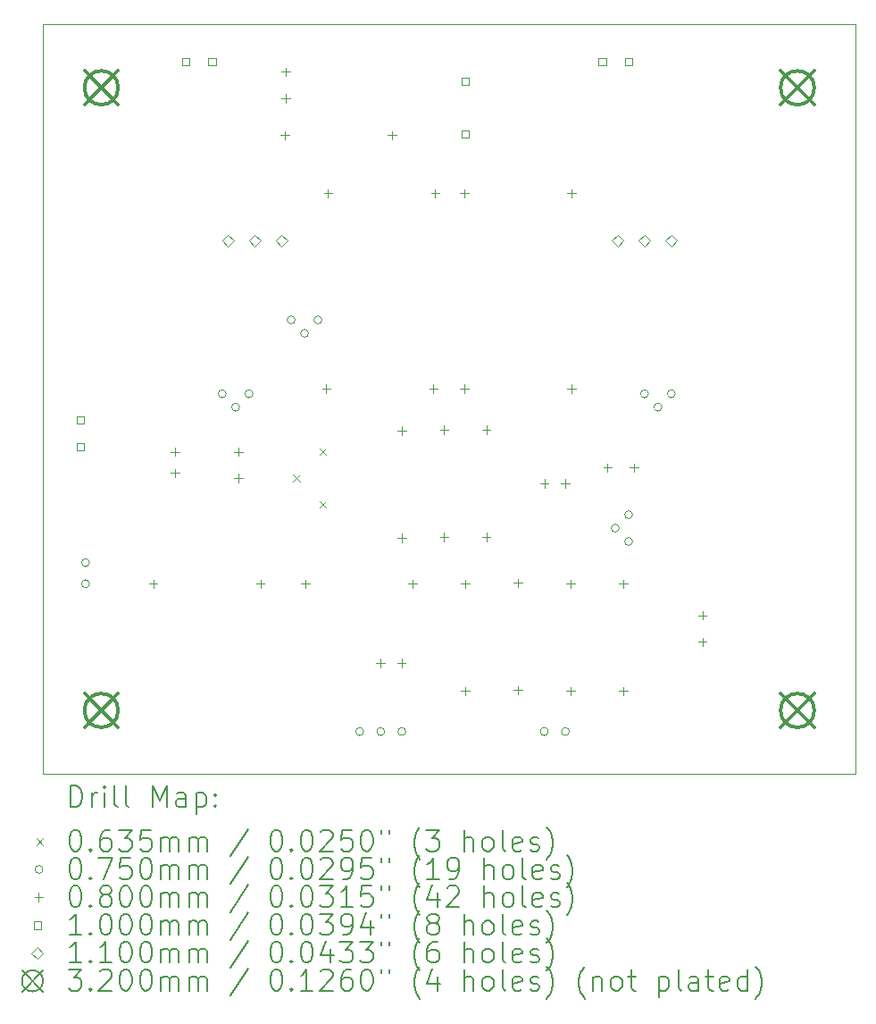
<source format=gbr>
%TF.GenerationSoftware,KiCad,Pcbnew,8.0.3*%
%TF.CreationDate,2024-07-15T07:50:23-05:00*%
%TF.ProjectId,amplifier,616d706c-6966-4696-9572-2e6b69636164,1.0*%
%TF.SameCoordinates,Original*%
%TF.FileFunction,Drillmap*%
%TF.FilePolarity,Positive*%
%FSLAX45Y45*%
G04 Gerber Fmt 4.5, Leading zero omitted, Abs format (unit mm)*
G04 Created by KiCad (PCBNEW 8.0.3) date 2024-07-15 07:50:23*
%MOMM*%
%LPD*%
G01*
G04 APERTURE LIST*
%ADD10C,0.050000*%
%ADD11C,0.200000*%
%ADD12C,0.100000*%
%ADD13C,0.110000*%
%ADD14C,0.320000*%
G04 APERTURE END LIST*
D10*
X8300000Y-7100000D02*
X16000000Y-7100000D01*
X16000000Y-14200000D01*
X8300000Y-14200000D01*
X8300000Y-7100000D01*
D11*
D12*
X10668250Y-11368250D02*
X10731750Y-11431750D01*
X10731750Y-11368250D02*
X10668250Y-11431750D01*
X10918250Y-11118250D02*
X10981750Y-11181750D01*
X10981750Y-11118250D02*
X10918250Y-11181750D01*
X10918250Y-11618250D02*
X10981750Y-11681750D01*
X10981750Y-11618250D02*
X10918250Y-11681750D01*
X8737500Y-12200000D02*
G75*
G02*
X8662500Y-12200000I-37500J0D01*
G01*
X8662500Y-12200000D02*
G75*
G02*
X8737500Y-12200000I37500J0D01*
G01*
X8737500Y-12400000D02*
G75*
G02*
X8662500Y-12400000I-37500J0D01*
G01*
X8662500Y-12400000D02*
G75*
G02*
X8737500Y-12400000I37500J0D01*
G01*
X10033500Y-10600000D02*
G75*
G02*
X9958500Y-10600000I-37500J0D01*
G01*
X9958500Y-10600000D02*
G75*
G02*
X10033500Y-10600000I37500J0D01*
G01*
X10160500Y-10727000D02*
G75*
G02*
X10085500Y-10727000I-37500J0D01*
G01*
X10085500Y-10727000D02*
G75*
G02*
X10160500Y-10727000I37500J0D01*
G01*
X10287500Y-10600000D02*
G75*
G02*
X10212500Y-10600000I-37500J0D01*
G01*
X10212500Y-10600000D02*
G75*
G02*
X10287500Y-10600000I37500J0D01*
G01*
X10687500Y-9900000D02*
G75*
G02*
X10612500Y-9900000I-37500J0D01*
G01*
X10612500Y-9900000D02*
G75*
G02*
X10687500Y-9900000I37500J0D01*
G01*
X10814500Y-10027000D02*
G75*
G02*
X10739500Y-10027000I-37500J0D01*
G01*
X10739500Y-10027000D02*
G75*
G02*
X10814500Y-10027000I37500J0D01*
G01*
X10941500Y-9900000D02*
G75*
G02*
X10866500Y-9900000I-37500J0D01*
G01*
X10866500Y-9900000D02*
G75*
G02*
X10941500Y-9900000I37500J0D01*
G01*
X11337500Y-13800000D02*
G75*
G02*
X11262500Y-13800000I-37500J0D01*
G01*
X11262500Y-13800000D02*
G75*
G02*
X11337500Y-13800000I37500J0D01*
G01*
X11537500Y-13800000D02*
G75*
G02*
X11462500Y-13800000I-37500J0D01*
G01*
X11462500Y-13800000D02*
G75*
G02*
X11537500Y-13800000I37500J0D01*
G01*
X11737500Y-13800000D02*
G75*
G02*
X11662500Y-13800000I-37500J0D01*
G01*
X11662500Y-13800000D02*
G75*
G02*
X11737500Y-13800000I37500J0D01*
G01*
X13087500Y-13800000D02*
G75*
G02*
X13012500Y-13800000I-37500J0D01*
G01*
X13012500Y-13800000D02*
G75*
G02*
X13087500Y-13800000I37500J0D01*
G01*
X13287500Y-13800000D02*
G75*
G02*
X13212500Y-13800000I-37500J0D01*
G01*
X13212500Y-13800000D02*
G75*
G02*
X13287500Y-13800000I37500J0D01*
G01*
X13760500Y-11873000D02*
G75*
G02*
X13685500Y-11873000I-37500J0D01*
G01*
X13685500Y-11873000D02*
G75*
G02*
X13760500Y-11873000I37500J0D01*
G01*
X13887500Y-11746000D02*
G75*
G02*
X13812500Y-11746000I-37500J0D01*
G01*
X13812500Y-11746000D02*
G75*
G02*
X13887500Y-11746000I37500J0D01*
G01*
X13887500Y-12000000D02*
G75*
G02*
X13812500Y-12000000I-37500J0D01*
G01*
X13812500Y-12000000D02*
G75*
G02*
X13887500Y-12000000I37500J0D01*
G01*
X14037500Y-10600000D02*
G75*
G02*
X13962500Y-10600000I-37500J0D01*
G01*
X13962500Y-10600000D02*
G75*
G02*
X14037500Y-10600000I37500J0D01*
G01*
X14164500Y-10727000D02*
G75*
G02*
X14089500Y-10727000I-37500J0D01*
G01*
X14089500Y-10727000D02*
G75*
G02*
X14164500Y-10727000I37500J0D01*
G01*
X14291500Y-10600000D02*
G75*
G02*
X14216500Y-10600000I-37500J0D01*
G01*
X14216500Y-10600000D02*
G75*
G02*
X14291500Y-10600000I37500J0D01*
G01*
X9342000Y-12360000D02*
X9342000Y-12440000D01*
X9302000Y-12400000D02*
X9382000Y-12400000D01*
X9550000Y-11110000D02*
X9550000Y-11190000D01*
X9510000Y-11150000D02*
X9590000Y-11150000D01*
X9550000Y-11310000D02*
X9550000Y-11390000D01*
X9510000Y-11350000D02*
X9590000Y-11350000D01*
X10150000Y-11110000D02*
X10150000Y-11190000D01*
X10110000Y-11150000D02*
X10190000Y-11150000D01*
X10150000Y-11360000D02*
X10150000Y-11440000D01*
X10110000Y-11400000D02*
X10190000Y-11400000D01*
X10358000Y-12360000D02*
X10358000Y-12440000D01*
X10318000Y-12400000D02*
X10398000Y-12400000D01*
X10592000Y-8110000D02*
X10592000Y-8190000D01*
X10552000Y-8150000D02*
X10632000Y-8150000D01*
X10600000Y-7510000D02*
X10600000Y-7590000D01*
X10560000Y-7550000D02*
X10640000Y-7550000D01*
X10600000Y-7760000D02*
X10600000Y-7840000D01*
X10560000Y-7800000D02*
X10640000Y-7800000D01*
X10784000Y-12360000D02*
X10784000Y-12440000D01*
X10744000Y-12400000D02*
X10824000Y-12400000D01*
X10984000Y-10510000D02*
X10984000Y-10590000D01*
X10944000Y-10550000D02*
X11024000Y-10550000D01*
X11000000Y-8660000D02*
X11000000Y-8740000D01*
X10960000Y-8700000D02*
X11040000Y-8700000D01*
X11495511Y-13110000D02*
X11495511Y-13190000D01*
X11455511Y-13150000D02*
X11535511Y-13150000D01*
X11608000Y-8110000D02*
X11608000Y-8190000D01*
X11568000Y-8150000D02*
X11648000Y-8150000D01*
X11695511Y-13110000D02*
X11695511Y-13190000D01*
X11655511Y-13150000D02*
X11735511Y-13150000D01*
X11700000Y-10910000D02*
X11700000Y-10990000D01*
X11660000Y-10950000D02*
X11740000Y-10950000D01*
X11700000Y-11926000D02*
X11700000Y-12006000D01*
X11660000Y-11966000D02*
X11740000Y-11966000D01*
X11800000Y-12360000D02*
X11800000Y-12440000D01*
X11760000Y-12400000D02*
X11840000Y-12400000D01*
X12000000Y-10510000D02*
X12000000Y-10590000D01*
X11960000Y-10550000D02*
X12040000Y-10550000D01*
X12016000Y-8660000D02*
X12016000Y-8740000D01*
X11976000Y-8700000D02*
X12056000Y-8700000D01*
X12100000Y-10902000D02*
X12100000Y-10982000D01*
X12060000Y-10942000D02*
X12140000Y-10942000D01*
X12100000Y-11918000D02*
X12100000Y-11998000D01*
X12060000Y-11958000D02*
X12140000Y-11958000D01*
X12292000Y-8660000D02*
X12292000Y-8740000D01*
X12252000Y-8700000D02*
X12332000Y-8700000D01*
X12292000Y-10510000D02*
X12292000Y-10590000D01*
X12252000Y-10550000D02*
X12332000Y-10550000D01*
X12300000Y-12360000D02*
X12300000Y-12440000D01*
X12260000Y-12400000D02*
X12340000Y-12400000D01*
X12300000Y-13376000D02*
X12300000Y-13456000D01*
X12260000Y-13416000D02*
X12340000Y-13416000D01*
X12500000Y-10902000D02*
X12500000Y-10982000D01*
X12460000Y-10942000D02*
X12540000Y-10942000D01*
X12500000Y-11918000D02*
X12500000Y-11998000D01*
X12460000Y-11958000D02*
X12540000Y-11958000D01*
X12800000Y-12352000D02*
X12800000Y-12432000D01*
X12760000Y-12392000D02*
X12840000Y-12392000D01*
X12800000Y-13368000D02*
X12800000Y-13448000D01*
X12760000Y-13408000D02*
X12840000Y-13408000D01*
X13050000Y-11410000D02*
X13050000Y-11490000D01*
X13010000Y-11450000D02*
X13090000Y-11450000D01*
X13250000Y-11410000D02*
X13250000Y-11490000D01*
X13210000Y-11450000D02*
X13290000Y-11450000D01*
X13300000Y-12360000D02*
X13300000Y-12440000D01*
X13260000Y-12400000D02*
X13340000Y-12400000D01*
X13300000Y-13376000D02*
X13300000Y-13456000D01*
X13260000Y-13416000D02*
X13340000Y-13416000D01*
X13308000Y-8660000D02*
X13308000Y-8740000D01*
X13268000Y-8700000D02*
X13348000Y-8700000D01*
X13308000Y-10510000D02*
X13308000Y-10590000D01*
X13268000Y-10550000D02*
X13348000Y-10550000D01*
X13650000Y-11260000D02*
X13650000Y-11340000D01*
X13610000Y-11300000D02*
X13690000Y-11300000D01*
X13800000Y-12360000D02*
X13800000Y-12440000D01*
X13760000Y-12400000D02*
X13840000Y-12400000D01*
X13800000Y-13376000D02*
X13800000Y-13456000D01*
X13760000Y-13416000D02*
X13840000Y-13416000D01*
X13900000Y-11260000D02*
X13900000Y-11340000D01*
X13860000Y-11300000D02*
X13940000Y-11300000D01*
X14550000Y-12660000D02*
X14550000Y-12740000D01*
X14510000Y-12700000D02*
X14590000Y-12700000D01*
X14550000Y-12910000D02*
X14550000Y-12990000D01*
X14510000Y-12950000D02*
X14590000Y-12950000D01*
X8685356Y-10885356D02*
X8685356Y-10814644D01*
X8614644Y-10814644D01*
X8614644Y-10885356D01*
X8685356Y-10885356D01*
X8685356Y-11135356D02*
X8685356Y-11064644D01*
X8614644Y-11064644D01*
X8614644Y-11135356D01*
X8685356Y-11135356D01*
X9685356Y-7485356D02*
X9685356Y-7414644D01*
X9614644Y-7414644D01*
X9614644Y-7485356D01*
X9685356Y-7485356D01*
X9935356Y-7485356D02*
X9935356Y-7414644D01*
X9864644Y-7414644D01*
X9864644Y-7485356D01*
X9935356Y-7485356D01*
X12335356Y-7672123D02*
X12335356Y-7601412D01*
X12264644Y-7601412D01*
X12264644Y-7672123D01*
X12335356Y-7672123D01*
X12335356Y-8172123D02*
X12335356Y-8101412D01*
X12264644Y-8101412D01*
X12264644Y-8172123D01*
X12335356Y-8172123D01*
X13635356Y-7485356D02*
X13635356Y-7414644D01*
X13564644Y-7414644D01*
X13564644Y-7485356D01*
X13635356Y-7485356D01*
X13885356Y-7485356D02*
X13885356Y-7414644D01*
X13814644Y-7414644D01*
X13814644Y-7485356D01*
X13885356Y-7485356D01*
D13*
X10050000Y-9205000D02*
X10105000Y-9150000D01*
X10050000Y-9095000D01*
X9995000Y-9150000D01*
X10050000Y-9205000D01*
X10304000Y-9205000D02*
X10359000Y-9150000D01*
X10304000Y-9095000D01*
X10249000Y-9150000D01*
X10304000Y-9205000D01*
X10558000Y-9205000D02*
X10613000Y-9150000D01*
X10558000Y-9095000D01*
X10503000Y-9150000D01*
X10558000Y-9205000D01*
X13746000Y-9205000D02*
X13801000Y-9150000D01*
X13746000Y-9095000D01*
X13691000Y-9150000D01*
X13746000Y-9205000D01*
X14000000Y-9205000D02*
X14055000Y-9150000D01*
X14000000Y-9095000D01*
X13945000Y-9150000D01*
X14000000Y-9205000D01*
X14254000Y-9205000D02*
X14309000Y-9150000D01*
X14254000Y-9095000D01*
X14199000Y-9150000D01*
X14254000Y-9205000D01*
D14*
X8690000Y-7540000D02*
X9010000Y-7860000D01*
X9010000Y-7540000D02*
X8690000Y-7860000D01*
X9010000Y-7700000D02*
G75*
G02*
X8690000Y-7700000I-160000J0D01*
G01*
X8690000Y-7700000D02*
G75*
G02*
X9010000Y-7700000I160000J0D01*
G01*
X8690000Y-13440000D02*
X9010000Y-13760000D01*
X9010000Y-13440000D02*
X8690000Y-13760000D01*
X9010000Y-13600000D02*
G75*
G02*
X8690000Y-13600000I-160000J0D01*
G01*
X8690000Y-13600000D02*
G75*
G02*
X9010000Y-13600000I160000J0D01*
G01*
X15290000Y-7540000D02*
X15610000Y-7860000D01*
X15610000Y-7540000D02*
X15290000Y-7860000D01*
X15610000Y-7700000D02*
G75*
G02*
X15290000Y-7700000I-160000J0D01*
G01*
X15290000Y-7700000D02*
G75*
G02*
X15610000Y-7700000I160000J0D01*
G01*
X15290000Y-13440000D02*
X15610000Y-13760000D01*
X15610000Y-13440000D02*
X15290000Y-13760000D01*
X15610000Y-13600000D02*
G75*
G02*
X15290000Y-13600000I-160000J0D01*
G01*
X15290000Y-13600000D02*
G75*
G02*
X15610000Y-13600000I160000J0D01*
G01*
D11*
X8558277Y-14513984D02*
X8558277Y-14313984D01*
X8558277Y-14313984D02*
X8605896Y-14313984D01*
X8605896Y-14313984D02*
X8634467Y-14323508D01*
X8634467Y-14323508D02*
X8653515Y-14342555D01*
X8653515Y-14342555D02*
X8663039Y-14361603D01*
X8663039Y-14361603D02*
X8672563Y-14399698D01*
X8672563Y-14399698D02*
X8672563Y-14428269D01*
X8672563Y-14428269D02*
X8663039Y-14466365D01*
X8663039Y-14466365D02*
X8653515Y-14485412D01*
X8653515Y-14485412D02*
X8634467Y-14504460D01*
X8634467Y-14504460D02*
X8605896Y-14513984D01*
X8605896Y-14513984D02*
X8558277Y-14513984D01*
X8758277Y-14513984D02*
X8758277Y-14380650D01*
X8758277Y-14418746D02*
X8767801Y-14399698D01*
X8767801Y-14399698D02*
X8777324Y-14390174D01*
X8777324Y-14390174D02*
X8796372Y-14380650D01*
X8796372Y-14380650D02*
X8815420Y-14380650D01*
X8882086Y-14513984D02*
X8882086Y-14380650D01*
X8882086Y-14313984D02*
X8872563Y-14323508D01*
X8872563Y-14323508D02*
X8882086Y-14333031D01*
X8882086Y-14333031D02*
X8891610Y-14323508D01*
X8891610Y-14323508D02*
X8882086Y-14313984D01*
X8882086Y-14313984D02*
X8882086Y-14333031D01*
X9005896Y-14513984D02*
X8986848Y-14504460D01*
X8986848Y-14504460D02*
X8977324Y-14485412D01*
X8977324Y-14485412D02*
X8977324Y-14313984D01*
X9110658Y-14513984D02*
X9091610Y-14504460D01*
X9091610Y-14504460D02*
X9082086Y-14485412D01*
X9082086Y-14485412D02*
X9082086Y-14313984D01*
X9339229Y-14513984D02*
X9339229Y-14313984D01*
X9339229Y-14313984D02*
X9405896Y-14456841D01*
X9405896Y-14456841D02*
X9472563Y-14313984D01*
X9472563Y-14313984D02*
X9472563Y-14513984D01*
X9653515Y-14513984D02*
X9653515Y-14409222D01*
X9653515Y-14409222D02*
X9643991Y-14390174D01*
X9643991Y-14390174D02*
X9624944Y-14380650D01*
X9624944Y-14380650D02*
X9586848Y-14380650D01*
X9586848Y-14380650D02*
X9567801Y-14390174D01*
X9653515Y-14504460D02*
X9634467Y-14513984D01*
X9634467Y-14513984D02*
X9586848Y-14513984D01*
X9586848Y-14513984D02*
X9567801Y-14504460D01*
X9567801Y-14504460D02*
X9558277Y-14485412D01*
X9558277Y-14485412D02*
X9558277Y-14466365D01*
X9558277Y-14466365D02*
X9567801Y-14447317D01*
X9567801Y-14447317D02*
X9586848Y-14437793D01*
X9586848Y-14437793D02*
X9634467Y-14437793D01*
X9634467Y-14437793D02*
X9653515Y-14428269D01*
X9748753Y-14380650D02*
X9748753Y-14580650D01*
X9748753Y-14390174D02*
X9767801Y-14380650D01*
X9767801Y-14380650D02*
X9805896Y-14380650D01*
X9805896Y-14380650D02*
X9824944Y-14390174D01*
X9824944Y-14390174D02*
X9834467Y-14399698D01*
X9834467Y-14399698D02*
X9843991Y-14418746D01*
X9843991Y-14418746D02*
X9843991Y-14475888D01*
X9843991Y-14475888D02*
X9834467Y-14494936D01*
X9834467Y-14494936D02*
X9824944Y-14504460D01*
X9824944Y-14504460D02*
X9805896Y-14513984D01*
X9805896Y-14513984D02*
X9767801Y-14513984D01*
X9767801Y-14513984D02*
X9748753Y-14504460D01*
X9929705Y-14494936D02*
X9939229Y-14504460D01*
X9939229Y-14504460D02*
X9929705Y-14513984D01*
X9929705Y-14513984D02*
X9920182Y-14504460D01*
X9920182Y-14504460D02*
X9929705Y-14494936D01*
X9929705Y-14494936D02*
X9929705Y-14513984D01*
X9929705Y-14390174D02*
X9939229Y-14399698D01*
X9939229Y-14399698D02*
X9929705Y-14409222D01*
X9929705Y-14409222D02*
X9920182Y-14399698D01*
X9920182Y-14399698D02*
X9929705Y-14390174D01*
X9929705Y-14390174D02*
X9929705Y-14409222D01*
D12*
X8234000Y-14810750D02*
X8297500Y-14874250D01*
X8297500Y-14810750D02*
X8234000Y-14874250D01*
D11*
X8596372Y-14733984D02*
X8615420Y-14733984D01*
X8615420Y-14733984D02*
X8634467Y-14743508D01*
X8634467Y-14743508D02*
X8643991Y-14753031D01*
X8643991Y-14753031D02*
X8653515Y-14772079D01*
X8653515Y-14772079D02*
X8663039Y-14810174D01*
X8663039Y-14810174D02*
X8663039Y-14857793D01*
X8663039Y-14857793D02*
X8653515Y-14895888D01*
X8653515Y-14895888D02*
X8643991Y-14914936D01*
X8643991Y-14914936D02*
X8634467Y-14924460D01*
X8634467Y-14924460D02*
X8615420Y-14933984D01*
X8615420Y-14933984D02*
X8596372Y-14933984D01*
X8596372Y-14933984D02*
X8577324Y-14924460D01*
X8577324Y-14924460D02*
X8567801Y-14914936D01*
X8567801Y-14914936D02*
X8558277Y-14895888D01*
X8558277Y-14895888D02*
X8548753Y-14857793D01*
X8548753Y-14857793D02*
X8548753Y-14810174D01*
X8548753Y-14810174D02*
X8558277Y-14772079D01*
X8558277Y-14772079D02*
X8567801Y-14753031D01*
X8567801Y-14753031D02*
X8577324Y-14743508D01*
X8577324Y-14743508D02*
X8596372Y-14733984D01*
X8748753Y-14914936D02*
X8758277Y-14924460D01*
X8758277Y-14924460D02*
X8748753Y-14933984D01*
X8748753Y-14933984D02*
X8739229Y-14924460D01*
X8739229Y-14924460D02*
X8748753Y-14914936D01*
X8748753Y-14914936D02*
X8748753Y-14933984D01*
X8929705Y-14733984D02*
X8891610Y-14733984D01*
X8891610Y-14733984D02*
X8872563Y-14743508D01*
X8872563Y-14743508D02*
X8863039Y-14753031D01*
X8863039Y-14753031D02*
X8843991Y-14781603D01*
X8843991Y-14781603D02*
X8834467Y-14819698D01*
X8834467Y-14819698D02*
X8834467Y-14895888D01*
X8834467Y-14895888D02*
X8843991Y-14914936D01*
X8843991Y-14914936D02*
X8853515Y-14924460D01*
X8853515Y-14924460D02*
X8872563Y-14933984D01*
X8872563Y-14933984D02*
X8910658Y-14933984D01*
X8910658Y-14933984D02*
X8929705Y-14924460D01*
X8929705Y-14924460D02*
X8939229Y-14914936D01*
X8939229Y-14914936D02*
X8948753Y-14895888D01*
X8948753Y-14895888D02*
X8948753Y-14848269D01*
X8948753Y-14848269D02*
X8939229Y-14829222D01*
X8939229Y-14829222D02*
X8929705Y-14819698D01*
X8929705Y-14819698D02*
X8910658Y-14810174D01*
X8910658Y-14810174D02*
X8872563Y-14810174D01*
X8872563Y-14810174D02*
X8853515Y-14819698D01*
X8853515Y-14819698D02*
X8843991Y-14829222D01*
X8843991Y-14829222D02*
X8834467Y-14848269D01*
X9015420Y-14733984D02*
X9139229Y-14733984D01*
X9139229Y-14733984D02*
X9072563Y-14810174D01*
X9072563Y-14810174D02*
X9101134Y-14810174D01*
X9101134Y-14810174D02*
X9120182Y-14819698D01*
X9120182Y-14819698D02*
X9129705Y-14829222D01*
X9129705Y-14829222D02*
X9139229Y-14848269D01*
X9139229Y-14848269D02*
X9139229Y-14895888D01*
X9139229Y-14895888D02*
X9129705Y-14914936D01*
X9129705Y-14914936D02*
X9120182Y-14924460D01*
X9120182Y-14924460D02*
X9101134Y-14933984D01*
X9101134Y-14933984D02*
X9043991Y-14933984D01*
X9043991Y-14933984D02*
X9024944Y-14924460D01*
X9024944Y-14924460D02*
X9015420Y-14914936D01*
X9320182Y-14733984D02*
X9224944Y-14733984D01*
X9224944Y-14733984D02*
X9215420Y-14829222D01*
X9215420Y-14829222D02*
X9224944Y-14819698D01*
X9224944Y-14819698D02*
X9243991Y-14810174D01*
X9243991Y-14810174D02*
X9291610Y-14810174D01*
X9291610Y-14810174D02*
X9310658Y-14819698D01*
X9310658Y-14819698D02*
X9320182Y-14829222D01*
X9320182Y-14829222D02*
X9329705Y-14848269D01*
X9329705Y-14848269D02*
X9329705Y-14895888D01*
X9329705Y-14895888D02*
X9320182Y-14914936D01*
X9320182Y-14914936D02*
X9310658Y-14924460D01*
X9310658Y-14924460D02*
X9291610Y-14933984D01*
X9291610Y-14933984D02*
X9243991Y-14933984D01*
X9243991Y-14933984D02*
X9224944Y-14924460D01*
X9224944Y-14924460D02*
X9215420Y-14914936D01*
X9415420Y-14933984D02*
X9415420Y-14800650D01*
X9415420Y-14819698D02*
X9424944Y-14810174D01*
X9424944Y-14810174D02*
X9443991Y-14800650D01*
X9443991Y-14800650D02*
X9472563Y-14800650D01*
X9472563Y-14800650D02*
X9491610Y-14810174D01*
X9491610Y-14810174D02*
X9501134Y-14829222D01*
X9501134Y-14829222D02*
X9501134Y-14933984D01*
X9501134Y-14829222D02*
X9510658Y-14810174D01*
X9510658Y-14810174D02*
X9529705Y-14800650D01*
X9529705Y-14800650D02*
X9558277Y-14800650D01*
X9558277Y-14800650D02*
X9577325Y-14810174D01*
X9577325Y-14810174D02*
X9586848Y-14829222D01*
X9586848Y-14829222D02*
X9586848Y-14933984D01*
X9682086Y-14933984D02*
X9682086Y-14800650D01*
X9682086Y-14819698D02*
X9691610Y-14810174D01*
X9691610Y-14810174D02*
X9710658Y-14800650D01*
X9710658Y-14800650D02*
X9739229Y-14800650D01*
X9739229Y-14800650D02*
X9758277Y-14810174D01*
X9758277Y-14810174D02*
X9767801Y-14829222D01*
X9767801Y-14829222D02*
X9767801Y-14933984D01*
X9767801Y-14829222D02*
X9777325Y-14810174D01*
X9777325Y-14810174D02*
X9796372Y-14800650D01*
X9796372Y-14800650D02*
X9824944Y-14800650D01*
X9824944Y-14800650D02*
X9843991Y-14810174D01*
X9843991Y-14810174D02*
X9853515Y-14829222D01*
X9853515Y-14829222D02*
X9853515Y-14933984D01*
X10243991Y-14724460D02*
X10072563Y-14981603D01*
X10501134Y-14733984D02*
X10520182Y-14733984D01*
X10520182Y-14733984D02*
X10539229Y-14743508D01*
X10539229Y-14743508D02*
X10548753Y-14753031D01*
X10548753Y-14753031D02*
X10558277Y-14772079D01*
X10558277Y-14772079D02*
X10567801Y-14810174D01*
X10567801Y-14810174D02*
X10567801Y-14857793D01*
X10567801Y-14857793D02*
X10558277Y-14895888D01*
X10558277Y-14895888D02*
X10548753Y-14914936D01*
X10548753Y-14914936D02*
X10539229Y-14924460D01*
X10539229Y-14924460D02*
X10520182Y-14933984D01*
X10520182Y-14933984D02*
X10501134Y-14933984D01*
X10501134Y-14933984D02*
X10482087Y-14924460D01*
X10482087Y-14924460D02*
X10472563Y-14914936D01*
X10472563Y-14914936D02*
X10463039Y-14895888D01*
X10463039Y-14895888D02*
X10453515Y-14857793D01*
X10453515Y-14857793D02*
X10453515Y-14810174D01*
X10453515Y-14810174D02*
X10463039Y-14772079D01*
X10463039Y-14772079D02*
X10472563Y-14753031D01*
X10472563Y-14753031D02*
X10482087Y-14743508D01*
X10482087Y-14743508D02*
X10501134Y-14733984D01*
X10653515Y-14914936D02*
X10663039Y-14924460D01*
X10663039Y-14924460D02*
X10653515Y-14933984D01*
X10653515Y-14933984D02*
X10643991Y-14924460D01*
X10643991Y-14924460D02*
X10653515Y-14914936D01*
X10653515Y-14914936D02*
X10653515Y-14933984D01*
X10786848Y-14733984D02*
X10805896Y-14733984D01*
X10805896Y-14733984D02*
X10824944Y-14743508D01*
X10824944Y-14743508D02*
X10834468Y-14753031D01*
X10834468Y-14753031D02*
X10843991Y-14772079D01*
X10843991Y-14772079D02*
X10853515Y-14810174D01*
X10853515Y-14810174D02*
X10853515Y-14857793D01*
X10853515Y-14857793D02*
X10843991Y-14895888D01*
X10843991Y-14895888D02*
X10834468Y-14914936D01*
X10834468Y-14914936D02*
X10824944Y-14924460D01*
X10824944Y-14924460D02*
X10805896Y-14933984D01*
X10805896Y-14933984D02*
X10786848Y-14933984D01*
X10786848Y-14933984D02*
X10767801Y-14924460D01*
X10767801Y-14924460D02*
X10758277Y-14914936D01*
X10758277Y-14914936D02*
X10748753Y-14895888D01*
X10748753Y-14895888D02*
X10739229Y-14857793D01*
X10739229Y-14857793D02*
X10739229Y-14810174D01*
X10739229Y-14810174D02*
X10748753Y-14772079D01*
X10748753Y-14772079D02*
X10758277Y-14753031D01*
X10758277Y-14753031D02*
X10767801Y-14743508D01*
X10767801Y-14743508D02*
X10786848Y-14733984D01*
X10929706Y-14753031D02*
X10939229Y-14743508D01*
X10939229Y-14743508D02*
X10958277Y-14733984D01*
X10958277Y-14733984D02*
X11005896Y-14733984D01*
X11005896Y-14733984D02*
X11024944Y-14743508D01*
X11024944Y-14743508D02*
X11034468Y-14753031D01*
X11034468Y-14753031D02*
X11043991Y-14772079D01*
X11043991Y-14772079D02*
X11043991Y-14791127D01*
X11043991Y-14791127D02*
X11034468Y-14819698D01*
X11034468Y-14819698D02*
X10920182Y-14933984D01*
X10920182Y-14933984D02*
X11043991Y-14933984D01*
X11224944Y-14733984D02*
X11129706Y-14733984D01*
X11129706Y-14733984D02*
X11120182Y-14829222D01*
X11120182Y-14829222D02*
X11129706Y-14819698D01*
X11129706Y-14819698D02*
X11148753Y-14810174D01*
X11148753Y-14810174D02*
X11196372Y-14810174D01*
X11196372Y-14810174D02*
X11215420Y-14819698D01*
X11215420Y-14819698D02*
X11224944Y-14829222D01*
X11224944Y-14829222D02*
X11234467Y-14848269D01*
X11234467Y-14848269D02*
X11234467Y-14895888D01*
X11234467Y-14895888D02*
X11224944Y-14914936D01*
X11224944Y-14914936D02*
X11215420Y-14924460D01*
X11215420Y-14924460D02*
X11196372Y-14933984D01*
X11196372Y-14933984D02*
X11148753Y-14933984D01*
X11148753Y-14933984D02*
X11129706Y-14924460D01*
X11129706Y-14924460D02*
X11120182Y-14914936D01*
X11358277Y-14733984D02*
X11377325Y-14733984D01*
X11377325Y-14733984D02*
X11396372Y-14743508D01*
X11396372Y-14743508D02*
X11405896Y-14753031D01*
X11405896Y-14753031D02*
X11415420Y-14772079D01*
X11415420Y-14772079D02*
X11424944Y-14810174D01*
X11424944Y-14810174D02*
X11424944Y-14857793D01*
X11424944Y-14857793D02*
X11415420Y-14895888D01*
X11415420Y-14895888D02*
X11405896Y-14914936D01*
X11405896Y-14914936D02*
X11396372Y-14924460D01*
X11396372Y-14924460D02*
X11377325Y-14933984D01*
X11377325Y-14933984D02*
X11358277Y-14933984D01*
X11358277Y-14933984D02*
X11339229Y-14924460D01*
X11339229Y-14924460D02*
X11329706Y-14914936D01*
X11329706Y-14914936D02*
X11320182Y-14895888D01*
X11320182Y-14895888D02*
X11310658Y-14857793D01*
X11310658Y-14857793D02*
X11310658Y-14810174D01*
X11310658Y-14810174D02*
X11320182Y-14772079D01*
X11320182Y-14772079D02*
X11329706Y-14753031D01*
X11329706Y-14753031D02*
X11339229Y-14743508D01*
X11339229Y-14743508D02*
X11358277Y-14733984D01*
X11501134Y-14733984D02*
X11501134Y-14772079D01*
X11577325Y-14733984D02*
X11577325Y-14772079D01*
X11872563Y-15010174D02*
X11863039Y-15000650D01*
X11863039Y-15000650D02*
X11843991Y-14972079D01*
X11843991Y-14972079D02*
X11834468Y-14953031D01*
X11834468Y-14953031D02*
X11824944Y-14924460D01*
X11824944Y-14924460D02*
X11815420Y-14876841D01*
X11815420Y-14876841D02*
X11815420Y-14838746D01*
X11815420Y-14838746D02*
X11824944Y-14791127D01*
X11824944Y-14791127D02*
X11834468Y-14762555D01*
X11834468Y-14762555D02*
X11843991Y-14743508D01*
X11843991Y-14743508D02*
X11863039Y-14714936D01*
X11863039Y-14714936D02*
X11872563Y-14705412D01*
X11929706Y-14733984D02*
X12053515Y-14733984D01*
X12053515Y-14733984D02*
X11986848Y-14810174D01*
X11986848Y-14810174D02*
X12015420Y-14810174D01*
X12015420Y-14810174D02*
X12034468Y-14819698D01*
X12034468Y-14819698D02*
X12043991Y-14829222D01*
X12043991Y-14829222D02*
X12053515Y-14848269D01*
X12053515Y-14848269D02*
X12053515Y-14895888D01*
X12053515Y-14895888D02*
X12043991Y-14914936D01*
X12043991Y-14914936D02*
X12034468Y-14924460D01*
X12034468Y-14924460D02*
X12015420Y-14933984D01*
X12015420Y-14933984D02*
X11958277Y-14933984D01*
X11958277Y-14933984D02*
X11939229Y-14924460D01*
X11939229Y-14924460D02*
X11929706Y-14914936D01*
X12291610Y-14933984D02*
X12291610Y-14733984D01*
X12377325Y-14933984D02*
X12377325Y-14829222D01*
X12377325Y-14829222D02*
X12367801Y-14810174D01*
X12367801Y-14810174D02*
X12348753Y-14800650D01*
X12348753Y-14800650D02*
X12320182Y-14800650D01*
X12320182Y-14800650D02*
X12301134Y-14810174D01*
X12301134Y-14810174D02*
X12291610Y-14819698D01*
X12501134Y-14933984D02*
X12482087Y-14924460D01*
X12482087Y-14924460D02*
X12472563Y-14914936D01*
X12472563Y-14914936D02*
X12463039Y-14895888D01*
X12463039Y-14895888D02*
X12463039Y-14838746D01*
X12463039Y-14838746D02*
X12472563Y-14819698D01*
X12472563Y-14819698D02*
X12482087Y-14810174D01*
X12482087Y-14810174D02*
X12501134Y-14800650D01*
X12501134Y-14800650D02*
X12529706Y-14800650D01*
X12529706Y-14800650D02*
X12548753Y-14810174D01*
X12548753Y-14810174D02*
X12558277Y-14819698D01*
X12558277Y-14819698D02*
X12567801Y-14838746D01*
X12567801Y-14838746D02*
X12567801Y-14895888D01*
X12567801Y-14895888D02*
X12558277Y-14914936D01*
X12558277Y-14914936D02*
X12548753Y-14924460D01*
X12548753Y-14924460D02*
X12529706Y-14933984D01*
X12529706Y-14933984D02*
X12501134Y-14933984D01*
X12682087Y-14933984D02*
X12663039Y-14924460D01*
X12663039Y-14924460D02*
X12653515Y-14905412D01*
X12653515Y-14905412D02*
X12653515Y-14733984D01*
X12834468Y-14924460D02*
X12815420Y-14933984D01*
X12815420Y-14933984D02*
X12777325Y-14933984D01*
X12777325Y-14933984D02*
X12758277Y-14924460D01*
X12758277Y-14924460D02*
X12748753Y-14905412D01*
X12748753Y-14905412D02*
X12748753Y-14829222D01*
X12748753Y-14829222D02*
X12758277Y-14810174D01*
X12758277Y-14810174D02*
X12777325Y-14800650D01*
X12777325Y-14800650D02*
X12815420Y-14800650D01*
X12815420Y-14800650D02*
X12834468Y-14810174D01*
X12834468Y-14810174D02*
X12843991Y-14829222D01*
X12843991Y-14829222D02*
X12843991Y-14848269D01*
X12843991Y-14848269D02*
X12748753Y-14867317D01*
X12920182Y-14924460D02*
X12939230Y-14933984D01*
X12939230Y-14933984D02*
X12977325Y-14933984D01*
X12977325Y-14933984D02*
X12996372Y-14924460D01*
X12996372Y-14924460D02*
X13005896Y-14905412D01*
X13005896Y-14905412D02*
X13005896Y-14895888D01*
X13005896Y-14895888D02*
X12996372Y-14876841D01*
X12996372Y-14876841D02*
X12977325Y-14867317D01*
X12977325Y-14867317D02*
X12948753Y-14867317D01*
X12948753Y-14867317D02*
X12929706Y-14857793D01*
X12929706Y-14857793D02*
X12920182Y-14838746D01*
X12920182Y-14838746D02*
X12920182Y-14829222D01*
X12920182Y-14829222D02*
X12929706Y-14810174D01*
X12929706Y-14810174D02*
X12948753Y-14800650D01*
X12948753Y-14800650D02*
X12977325Y-14800650D01*
X12977325Y-14800650D02*
X12996372Y-14810174D01*
X13072563Y-15010174D02*
X13082087Y-15000650D01*
X13082087Y-15000650D02*
X13101134Y-14972079D01*
X13101134Y-14972079D02*
X13110658Y-14953031D01*
X13110658Y-14953031D02*
X13120182Y-14924460D01*
X13120182Y-14924460D02*
X13129706Y-14876841D01*
X13129706Y-14876841D02*
X13129706Y-14838746D01*
X13129706Y-14838746D02*
X13120182Y-14791127D01*
X13120182Y-14791127D02*
X13110658Y-14762555D01*
X13110658Y-14762555D02*
X13101134Y-14743508D01*
X13101134Y-14743508D02*
X13082087Y-14714936D01*
X13082087Y-14714936D02*
X13072563Y-14705412D01*
D12*
X8297500Y-15106500D02*
G75*
G02*
X8222500Y-15106500I-37500J0D01*
G01*
X8222500Y-15106500D02*
G75*
G02*
X8297500Y-15106500I37500J0D01*
G01*
D11*
X8596372Y-14997984D02*
X8615420Y-14997984D01*
X8615420Y-14997984D02*
X8634467Y-15007508D01*
X8634467Y-15007508D02*
X8643991Y-15017031D01*
X8643991Y-15017031D02*
X8653515Y-15036079D01*
X8653515Y-15036079D02*
X8663039Y-15074174D01*
X8663039Y-15074174D02*
X8663039Y-15121793D01*
X8663039Y-15121793D02*
X8653515Y-15159888D01*
X8653515Y-15159888D02*
X8643991Y-15178936D01*
X8643991Y-15178936D02*
X8634467Y-15188460D01*
X8634467Y-15188460D02*
X8615420Y-15197984D01*
X8615420Y-15197984D02*
X8596372Y-15197984D01*
X8596372Y-15197984D02*
X8577324Y-15188460D01*
X8577324Y-15188460D02*
X8567801Y-15178936D01*
X8567801Y-15178936D02*
X8558277Y-15159888D01*
X8558277Y-15159888D02*
X8548753Y-15121793D01*
X8548753Y-15121793D02*
X8548753Y-15074174D01*
X8548753Y-15074174D02*
X8558277Y-15036079D01*
X8558277Y-15036079D02*
X8567801Y-15017031D01*
X8567801Y-15017031D02*
X8577324Y-15007508D01*
X8577324Y-15007508D02*
X8596372Y-14997984D01*
X8748753Y-15178936D02*
X8758277Y-15188460D01*
X8758277Y-15188460D02*
X8748753Y-15197984D01*
X8748753Y-15197984D02*
X8739229Y-15188460D01*
X8739229Y-15188460D02*
X8748753Y-15178936D01*
X8748753Y-15178936D02*
X8748753Y-15197984D01*
X8824944Y-14997984D02*
X8958277Y-14997984D01*
X8958277Y-14997984D02*
X8872563Y-15197984D01*
X9129705Y-14997984D02*
X9034467Y-14997984D01*
X9034467Y-14997984D02*
X9024944Y-15093222D01*
X9024944Y-15093222D02*
X9034467Y-15083698D01*
X9034467Y-15083698D02*
X9053515Y-15074174D01*
X9053515Y-15074174D02*
X9101134Y-15074174D01*
X9101134Y-15074174D02*
X9120182Y-15083698D01*
X9120182Y-15083698D02*
X9129705Y-15093222D01*
X9129705Y-15093222D02*
X9139229Y-15112269D01*
X9139229Y-15112269D02*
X9139229Y-15159888D01*
X9139229Y-15159888D02*
X9129705Y-15178936D01*
X9129705Y-15178936D02*
X9120182Y-15188460D01*
X9120182Y-15188460D02*
X9101134Y-15197984D01*
X9101134Y-15197984D02*
X9053515Y-15197984D01*
X9053515Y-15197984D02*
X9034467Y-15188460D01*
X9034467Y-15188460D02*
X9024944Y-15178936D01*
X9263039Y-14997984D02*
X9282086Y-14997984D01*
X9282086Y-14997984D02*
X9301134Y-15007508D01*
X9301134Y-15007508D02*
X9310658Y-15017031D01*
X9310658Y-15017031D02*
X9320182Y-15036079D01*
X9320182Y-15036079D02*
X9329705Y-15074174D01*
X9329705Y-15074174D02*
X9329705Y-15121793D01*
X9329705Y-15121793D02*
X9320182Y-15159888D01*
X9320182Y-15159888D02*
X9310658Y-15178936D01*
X9310658Y-15178936D02*
X9301134Y-15188460D01*
X9301134Y-15188460D02*
X9282086Y-15197984D01*
X9282086Y-15197984D02*
X9263039Y-15197984D01*
X9263039Y-15197984D02*
X9243991Y-15188460D01*
X9243991Y-15188460D02*
X9234467Y-15178936D01*
X9234467Y-15178936D02*
X9224944Y-15159888D01*
X9224944Y-15159888D02*
X9215420Y-15121793D01*
X9215420Y-15121793D02*
X9215420Y-15074174D01*
X9215420Y-15074174D02*
X9224944Y-15036079D01*
X9224944Y-15036079D02*
X9234467Y-15017031D01*
X9234467Y-15017031D02*
X9243991Y-15007508D01*
X9243991Y-15007508D02*
X9263039Y-14997984D01*
X9415420Y-15197984D02*
X9415420Y-15064650D01*
X9415420Y-15083698D02*
X9424944Y-15074174D01*
X9424944Y-15074174D02*
X9443991Y-15064650D01*
X9443991Y-15064650D02*
X9472563Y-15064650D01*
X9472563Y-15064650D02*
X9491610Y-15074174D01*
X9491610Y-15074174D02*
X9501134Y-15093222D01*
X9501134Y-15093222D02*
X9501134Y-15197984D01*
X9501134Y-15093222D02*
X9510658Y-15074174D01*
X9510658Y-15074174D02*
X9529705Y-15064650D01*
X9529705Y-15064650D02*
X9558277Y-15064650D01*
X9558277Y-15064650D02*
X9577325Y-15074174D01*
X9577325Y-15074174D02*
X9586848Y-15093222D01*
X9586848Y-15093222D02*
X9586848Y-15197984D01*
X9682086Y-15197984D02*
X9682086Y-15064650D01*
X9682086Y-15083698D02*
X9691610Y-15074174D01*
X9691610Y-15074174D02*
X9710658Y-15064650D01*
X9710658Y-15064650D02*
X9739229Y-15064650D01*
X9739229Y-15064650D02*
X9758277Y-15074174D01*
X9758277Y-15074174D02*
X9767801Y-15093222D01*
X9767801Y-15093222D02*
X9767801Y-15197984D01*
X9767801Y-15093222D02*
X9777325Y-15074174D01*
X9777325Y-15074174D02*
X9796372Y-15064650D01*
X9796372Y-15064650D02*
X9824944Y-15064650D01*
X9824944Y-15064650D02*
X9843991Y-15074174D01*
X9843991Y-15074174D02*
X9853515Y-15093222D01*
X9853515Y-15093222D02*
X9853515Y-15197984D01*
X10243991Y-14988460D02*
X10072563Y-15245603D01*
X10501134Y-14997984D02*
X10520182Y-14997984D01*
X10520182Y-14997984D02*
X10539229Y-15007508D01*
X10539229Y-15007508D02*
X10548753Y-15017031D01*
X10548753Y-15017031D02*
X10558277Y-15036079D01*
X10558277Y-15036079D02*
X10567801Y-15074174D01*
X10567801Y-15074174D02*
X10567801Y-15121793D01*
X10567801Y-15121793D02*
X10558277Y-15159888D01*
X10558277Y-15159888D02*
X10548753Y-15178936D01*
X10548753Y-15178936D02*
X10539229Y-15188460D01*
X10539229Y-15188460D02*
X10520182Y-15197984D01*
X10520182Y-15197984D02*
X10501134Y-15197984D01*
X10501134Y-15197984D02*
X10482087Y-15188460D01*
X10482087Y-15188460D02*
X10472563Y-15178936D01*
X10472563Y-15178936D02*
X10463039Y-15159888D01*
X10463039Y-15159888D02*
X10453515Y-15121793D01*
X10453515Y-15121793D02*
X10453515Y-15074174D01*
X10453515Y-15074174D02*
X10463039Y-15036079D01*
X10463039Y-15036079D02*
X10472563Y-15017031D01*
X10472563Y-15017031D02*
X10482087Y-15007508D01*
X10482087Y-15007508D02*
X10501134Y-14997984D01*
X10653515Y-15178936D02*
X10663039Y-15188460D01*
X10663039Y-15188460D02*
X10653515Y-15197984D01*
X10653515Y-15197984D02*
X10643991Y-15188460D01*
X10643991Y-15188460D02*
X10653515Y-15178936D01*
X10653515Y-15178936D02*
X10653515Y-15197984D01*
X10786848Y-14997984D02*
X10805896Y-14997984D01*
X10805896Y-14997984D02*
X10824944Y-15007508D01*
X10824944Y-15007508D02*
X10834468Y-15017031D01*
X10834468Y-15017031D02*
X10843991Y-15036079D01*
X10843991Y-15036079D02*
X10853515Y-15074174D01*
X10853515Y-15074174D02*
X10853515Y-15121793D01*
X10853515Y-15121793D02*
X10843991Y-15159888D01*
X10843991Y-15159888D02*
X10834468Y-15178936D01*
X10834468Y-15178936D02*
X10824944Y-15188460D01*
X10824944Y-15188460D02*
X10805896Y-15197984D01*
X10805896Y-15197984D02*
X10786848Y-15197984D01*
X10786848Y-15197984D02*
X10767801Y-15188460D01*
X10767801Y-15188460D02*
X10758277Y-15178936D01*
X10758277Y-15178936D02*
X10748753Y-15159888D01*
X10748753Y-15159888D02*
X10739229Y-15121793D01*
X10739229Y-15121793D02*
X10739229Y-15074174D01*
X10739229Y-15074174D02*
X10748753Y-15036079D01*
X10748753Y-15036079D02*
X10758277Y-15017031D01*
X10758277Y-15017031D02*
X10767801Y-15007508D01*
X10767801Y-15007508D02*
X10786848Y-14997984D01*
X10929706Y-15017031D02*
X10939229Y-15007508D01*
X10939229Y-15007508D02*
X10958277Y-14997984D01*
X10958277Y-14997984D02*
X11005896Y-14997984D01*
X11005896Y-14997984D02*
X11024944Y-15007508D01*
X11024944Y-15007508D02*
X11034468Y-15017031D01*
X11034468Y-15017031D02*
X11043991Y-15036079D01*
X11043991Y-15036079D02*
X11043991Y-15055127D01*
X11043991Y-15055127D02*
X11034468Y-15083698D01*
X11034468Y-15083698D02*
X10920182Y-15197984D01*
X10920182Y-15197984D02*
X11043991Y-15197984D01*
X11139229Y-15197984D02*
X11177325Y-15197984D01*
X11177325Y-15197984D02*
X11196372Y-15188460D01*
X11196372Y-15188460D02*
X11205896Y-15178936D01*
X11205896Y-15178936D02*
X11224944Y-15150365D01*
X11224944Y-15150365D02*
X11234467Y-15112269D01*
X11234467Y-15112269D02*
X11234467Y-15036079D01*
X11234467Y-15036079D02*
X11224944Y-15017031D01*
X11224944Y-15017031D02*
X11215420Y-15007508D01*
X11215420Y-15007508D02*
X11196372Y-14997984D01*
X11196372Y-14997984D02*
X11158277Y-14997984D01*
X11158277Y-14997984D02*
X11139229Y-15007508D01*
X11139229Y-15007508D02*
X11129706Y-15017031D01*
X11129706Y-15017031D02*
X11120182Y-15036079D01*
X11120182Y-15036079D02*
X11120182Y-15083698D01*
X11120182Y-15083698D02*
X11129706Y-15102746D01*
X11129706Y-15102746D02*
X11139229Y-15112269D01*
X11139229Y-15112269D02*
X11158277Y-15121793D01*
X11158277Y-15121793D02*
X11196372Y-15121793D01*
X11196372Y-15121793D02*
X11215420Y-15112269D01*
X11215420Y-15112269D02*
X11224944Y-15102746D01*
X11224944Y-15102746D02*
X11234467Y-15083698D01*
X11415420Y-14997984D02*
X11320182Y-14997984D01*
X11320182Y-14997984D02*
X11310658Y-15093222D01*
X11310658Y-15093222D02*
X11320182Y-15083698D01*
X11320182Y-15083698D02*
X11339229Y-15074174D01*
X11339229Y-15074174D02*
X11386848Y-15074174D01*
X11386848Y-15074174D02*
X11405896Y-15083698D01*
X11405896Y-15083698D02*
X11415420Y-15093222D01*
X11415420Y-15093222D02*
X11424944Y-15112269D01*
X11424944Y-15112269D02*
X11424944Y-15159888D01*
X11424944Y-15159888D02*
X11415420Y-15178936D01*
X11415420Y-15178936D02*
X11405896Y-15188460D01*
X11405896Y-15188460D02*
X11386848Y-15197984D01*
X11386848Y-15197984D02*
X11339229Y-15197984D01*
X11339229Y-15197984D02*
X11320182Y-15188460D01*
X11320182Y-15188460D02*
X11310658Y-15178936D01*
X11501134Y-14997984D02*
X11501134Y-15036079D01*
X11577325Y-14997984D02*
X11577325Y-15036079D01*
X11872563Y-15274174D02*
X11863039Y-15264650D01*
X11863039Y-15264650D02*
X11843991Y-15236079D01*
X11843991Y-15236079D02*
X11834468Y-15217031D01*
X11834468Y-15217031D02*
X11824944Y-15188460D01*
X11824944Y-15188460D02*
X11815420Y-15140841D01*
X11815420Y-15140841D02*
X11815420Y-15102746D01*
X11815420Y-15102746D02*
X11824944Y-15055127D01*
X11824944Y-15055127D02*
X11834468Y-15026555D01*
X11834468Y-15026555D02*
X11843991Y-15007508D01*
X11843991Y-15007508D02*
X11863039Y-14978936D01*
X11863039Y-14978936D02*
X11872563Y-14969412D01*
X12053515Y-15197984D02*
X11939229Y-15197984D01*
X11996372Y-15197984D02*
X11996372Y-14997984D01*
X11996372Y-14997984D02*
X11977325Y-15026555D01*
X11977325Y-15026555D02*
X11958277Y-15045603D01*
X11958277Y-15045603D02*
X11939229Y-15055127D01*
X12148753Y-15197984D02*
X12186848Y-15197984D01*
X12186848Y-15197984D02*
X12205896Y-15188460D01*
X12205896Y-15188460D02*
X12215420Y-15178936D01*
X12215420Y-15178936D02*
X12234468Y-15150365D01*
X12234468Y-15150365D02*
X12243991Y-15112269D01*
X12243991Y-15112269D02*
X12243991Y-15036079D01*
X12243991Y-15036079D02*
X12234468Y-15017031D01*
X12234468Y-15017031D02*
X12224944Y-15007508D01*
X12224944Y-15007508D02*
X12205896Y-14997984D01*
X12205896Y-14997984D02*
X12167801Y-14997984D01*
X12167801Y-14997984D02*
X12148753Y-15007508D01*
X12148753Y-15007508D02*
X12139229Y-15017031D01*
X12139229Y-15017031D02*
X12129706Y-15036079D01*
X12129706Y-15036079D02*
X12129706Y-15083698D01*
X12129706Y-15083698D02*
X12139229Y-15102746D01*
X12139229Y-15102746D02*
X12148753Y-15112269D01*
X12148753Y-15112269D02*
X12167801Y-15121793D01*
X12167801Y-15121793D02*
X12205896Y-15121793D01*
X12205896Y-15121793D02*
X12224944Y-15112269D01*
X12224944Y-15112269D02*
X12234468Y-15102746D01*
X12234468Y-15102746D02*
X12243991Y-15083698D01*
X12482087Y-15197984D02*
X12482087Y-14997984D01*
X12567801Y-15197984D02*
X12567801Y-15093222D01*
X12567801Y-15093222D02*
X12558277Y-15074174D01*
X12558277Y-15074174D02*
X12539230Y-15064650D01*
X12539230Y-15064650D02*
X12510658Y-15064650D01*
X12510658Y-15064650D02*
X12491610Y-15074174D01*
X12491610Y-15074174D02*
X12482087Y-15083698D01*
X12691610Y-15197984D02*
X12672563Y-15188460D01*
X12672563Y-15188460D02*
X12663039Y-15178936D01*
X12663039Y-15178936D02*
X12653515Y-15159888D01*
X12653515Y-15159888D02*
X12653515Y-15102746D01*
X12653515Y-15102746D02*
X12663039Y-15083698D01*
X12663039Y-15083698D02*
X12672563Y-15074174D01*
X12672563Y-15074174D02*
X12691610Y-15064650D01*
X12691610Y-15064650D02*
X12720182Y-15064650D01*
X12720182Y-15064650D02*
X12739230Y-15074174D01*
X12739230Y-15074174D02*
X12748753Y-15083698D01*
X12748753Y-15083698D02*
X12758277Y-15102746D01*
X12758277Y-15102746D02*
X12758277Y-15159888D01*
X12758277Y-15159888D02*
X12748753Y-15178936D01*
X12748753Y-15178936D02*
X12739230Y-15188460D01*
X12739230Y-15188460D02*
X12720182Y-15197984D01*
X12720182Y-15197984D02*
X12691610Y-15197984D01*
X12872563Y-15197984D02*
X12853515Y-15188460D01*
X12853515Y-15188460D02*
X12843991Y-15169412D01*
X12843991Y-15169412D02*
X12843991Y-14997984D01*
X13024944Y-15188460D02*
X13005896Y-15197984D01*
X13005896Y-15197984D02*
X12967801Y-15197984D01*
X12967801Y-15197984D02*
X12948753Y-15188460D01*
X12948753Y-15188460D02*
X12939230Y-15169412D01*
X12939230Y-15169412D02*
X12939230Y-15093222D01*
X12939230Y-15093222D02*
X12948753Y-15074174D01*
X12948753Y-15074174D02*
X12967801Y-15064650D01*
X12967801Y-15064650D02*
X13005896Y-15064650D01*
X13005896Y-15064650D02*
X13024944Y-15074174D01*
X13024944Y-15074174D02*
X13034468Y-15093222D01*
X13034468Y-15093222D02*
X13034468Y-15112269D01*
X13034468Y-15112269D02*
X12939230Y-15131317D01*
X13110658Y-15188460D02*
X13129706Y-15197984D01*
X13129706Y-15197984D02*
X13167801Y-15197984D01*
X13167801Y-15197984D02*
X13186849Y-15188460D01*
X13186849Y-15188460D02*
X13196372Y-15169412D01*
X13196372Y-15169412D02*
X13196372Y-15159888D01*
X13196372Y-15159888D02*
X13186849Y-15140841D01*
X13186849Y-15140841D02*
X13167801Y-15131317D01*
X13167801Y-15131317D02*
X13139230Y-15131317D01*
X13139230Y-15131317D02*
X13120182Y-15121793D01*
X13120182Y-15121793D02*
X13110658Y-15102746D01*
X13110658Y-15102746D02*
X13110658Y-15093222D01*
X13110658Y-15093222D02*
X13120182Y-15074174D01*
X13120182Y-15074174D02*
X13139230Y-15064650D01*
X13139230Y-15064650D02*
X13167801Y-15064650D01*
X13167801Y-15064650D02*
X13186849Y-15074174D01*
X13263039Y-15274174D02*
X13272563Y-15264650D01*
X13272563Y-15264650D02*
X13291611Y-15236079D01*
X13291611Y-15236079D02*
X13301134Y-15217031D01*
X13301134Y-15217031D02*
X13310658Y-15188460D01*
X13310658Y-15188460D02*
X13320182Y-15140841D01*
X13320182Y-15140841D02*
X13320182Y-15102746D01*
X13320182Y-15102746D02*
X13310658Y-15055127D01*
X13310658Y-15055127D02*
X13301134Y-15026555D01*
X13301134Y-15026555D02*
X13291611Y-15007508D01*
X13291611Y-15007508D02*
X13272563Y-14978936D01*
X13272563Y-14978936D02*
X13263039Y-14969412D01*
D12*
X8257500Y-15330500D02*
X8257500Y-15410500D01*
X8217500Y-15370500D02*
X8297500Y-15370500D01*
D11*
X8596372Y-15261984D02*
X8615420Y-15261984D01*
X8615420Y-15261984D02*
X8634467Y-15271508D01*
X8634467Y-15271508D02*
X8643991Y-15281031D01*
X8643991Y-15281031D02*
X8653515Y-15300079D01*
X8653515Y-15300079D02*
X8663039Y-15338174D01*
X8663039Y-15338174D02*
X8663039Y-15385793D01*
X8663039Y-15385793D02*
X8653515Y-15423888D01*
X8653515Y-15423888D02*
X8643991Y-15442936D01*
X8643991Y-15442936D02*
X8634467Y-15452460D01*
X8634467Y-15452460D02*
X8615420Y-15461984D01*
X8615420Y-15461984D02*
X8596372Y-15461984D01*
X8596372Y-15461984D02*
X8577324Y-15452460D01*
X8577324Y-15452460D02*
X8567801Y-15442936D01*
X8567801Y-15442936D02*
X8558277Y-15423888D01*
X8558277Y-15423888D02*
X8548753Y-15385793D01*
X8548753Y-15385793D02*
X8548753Y-15338174D01*
X8548753Y-15338174D02*
X8558277Y-15300079D01*
X8558277Y-15300079D02*
X8567801Y-15281031D01*
X8567801Y-15281031D02*
X8577324Y-15271508D01*
X8577324Y-15271508D02*
X8596372Y-15261984D01*
X8748753Y-15442936D02*
X8758277Y-15452460D01*
X8758277Y-15452460D02*
X8748753Y-15461984D01*
X8748753Y-15461984D02*
X8739229Y-15452460D01*
X8739229Y-15452460D02*
X8748753Y-15442936D01*
X8748753Y-15442936D02*
X8748753Y-15461984D01*
X8872563Y-15347698D02*
X8853515Y-15338174D01*
X8853515Y-15338174D02*
X8843991Y-15328650D01*
X8843991Y-15328650D02*
X8834467Y-15309603D01*
X8834467Y-15309603D02*
X8834467Y-15300079D01*
X8834467Y-15300079D02*
X8843991Y-15281031D01*
X8843991Y-15281031D02*
X8853515Y-15271508D01*
X8853515Y-15271508D02*
X8872563Y-15261984D01*
X8872563Y-15261984D02*
X8910658Y-15261984D01*
X8910658Y-15261984D02*
X8929705Y-15271508D01*
X8929705Y-15271508D02*
X8939229Y-15281031D01*
X8939229Y-15281031D02*
X8948753Y-15300079D01*
X8948753Y-15300079D02*
X8948753Y-15309603D01*
X8948753Y-15309603D02*
X8939229Y-15328650D01*
X8939229Y-15328650D02*
X8929705Y-15338174D01*
X8929705Y-15338174D02*
X8910658Y-15347698D01*
X8910658Y-15347698D02*
X8872563Y-15347698D01*
X8872563Y-15347698D02*
X8853515Y-15357222D01*
X8853515Y-15357222D02*
X8843991Y-15366746D01*
X8843991Y-15366746D02*
X8834467Y-15385793D01*
X8834467Y-15385793D02*
X8834467Y-15423888D01*
X8834467Y-15423888D02*
X8843991Y-15442936D01*
X8843991Y-15442936D02*
X8853515Y-15452460D01*
X8853515Y-15452460D02*
X8872563Y-15461984D01*
X8872563Y-15461984D02*
X8910658Y-15461984D01*
X8910658Y-15461984D02*
X8929705Y-15452460D01*
X8929705Y-15452460D02*
X8939229Y-15442936D01*
X8939229Y-15442936D02*
X8948753Y-15423888D01*
X8948753Y-15423888D02*
X8948753Y-15385793D01*
X8948753Y-15385793D02*
X8939229Y-15366746D01*
X8939229Y-15366746D02*
X8929705Y-15357222D01*
X8929705Y-15357222D02*
X8910658Y-15347698D01*
X9072563Y-15261984D02*
X9091610Y-15261984D01*
X9091610Y-15261984D02*
X9110658Y-15271508D01*
X9110658Y-15271508D02*
X9120182Y-15281031D01*
X9120182Y-15281031D02*
X9129705Y-15300079D01*
X9129705Y-15300079D02*
X9139229Y-15338174D01*
X9139229Y-15338174D02*
X9139229Y-15385793D01*
X9139229Y-15385793D02*
X9129705Y-15423888D01*
X9129705Y-15423888D02*
X9120182Y-15442936D01*
X9120182Y-15442936D02*
X9110658Y-15452460D01*
X9110658Y-15452460D02*
X9091610Y-15461984D01*
X9091610Y-15461984D02*
X9072563Y-15461984D01*
X9072563Y-15461984D02*
X9053515Y-15452460D01*
X9053515Y-15452460D02*
X9043991Y-15442936D01*
X9043991Y-15442936D02*
X9034467Y-15423888D01*
X9034467Y-15423888D02*
X9024944Y-15385793D01*
X9024944Y-15385793D02*
X9024944Y-15338174D01*
X9024944Y-15338174D02*
X9034467Y-15300079D01*
X9034467Y-15300079D02*
X9043991Y-15281031D01*
X9043991Y-15281031D02*
X9053515Y-15271508D01*
X9053515Y-15271508D02*
X9072563Y-15261984D01*
X9263039Y-15261984D02*
X9282086Y-15261984D01*
X9282086Y-15261984D02*
X9301134Y-15271508D01*
X9301134Y-15271508D02*
X9310658Y-15281031D01*
X9310658Y-15281031D02*
X9320182Y-15300079D01*
X9320182Y-15300079D02*
X9329705Y-15338174D01*
X9329705Y-15338174D02*
X9329705Y-15385793D01*
X9329705Y-15385793D02*
X9320182Y-15423888D01*
X9320182Y-15423888D02*
X9310658Y-15442936D01*
X9310658Y-15442936D02*
X9301134Y-15452460D01*
X9301134Y-15452460D02*
X9282086Y-15461984D01*
X9282086Y-15461984D02*
X9263039Y-15461984D01*
X9263039Y-15461984D02*
X9243991Y-15452460D01*
X9243991Y-15452460D02*
X9234467Y-15442936D01*
X9234467Y-15442936D02*
X9224944Y-15423888D01*
X9224944Y-15423888D02*
X9215420Y-15385793D01*
X9215420Y-15385793D02*
X9215420Y-15338174D01*
X9215420Y-15338174D02*
X9224944Y-15300079D01*
X9224944Y-15300079D02*
X9234467Y-15281031D01*
X9234467Y-15281031D02*
X9243991Y-15271508D01*
X9243991Y-15271508D02*
X9263039Y-15261984D01*
X9415420Y-15461984D02*
X9415420Y-15328650D01*
X9415420Y-15347698D02*
X9424944Y-15338174D01*
X9424944Y-15338174D02*
X9443991Y-15328650D01*
X9443991Y-15328650D02*
X9472563Y-15328650D01*
X9472563Y-15328650D02*
X9491610Y-15338174D01*
X9491610Y-15338174D02*
X9501134Y-15357222D01*
X9501134Y-15357222D02*
X9501134Y-15461984D01*
X9501134Y-15357222D02*
X9510658Y-15338174D01*
X9510658Y-15338174D02*
X9529705Y-15328650D01*
X9529705Y-15328650D02*
X9558277Y-15328650D01*
X9558277Y-15328650D02*
X9577325Y-15338174D01*
X9577325Y-15338174D02*
X9586848Y-15357222D01*
X9586848Y-15357222D02*
X9586848Y-15461984D01*
X9682086Y-15461984D02*
X9682086Y-15328650D01*
X9682086Y-15347698D02*
X9691610Y-15338174D01*
X9691610Y-15338174D02*
X9710658Y-15328650D01*
X9710658Y-15328650D02*
X9739229Y-15328650D01*
X9739229Y-15328650D02*
X9758277Y-15338174D01*
X9758277Y-15338174D02*
X9767801Y-15357222D01*
X9767801Y-15357222D02*
X9767801Y-15461984D01*
X9767801Y-15357222D02*
X9777325Y-15338174D01*
X9777325Y-15338174D02*
X9796372Y-15328650D01*
X9796372Y-15328650D02*
X9824944Y-15328650D01*
X9824944Y-15328650D02*
X9843991Y-15338174D01*
X9843991Y-15338174D02*
X9853515Y-15357222D01*
X9853515Y-15357222D02*
X9853515Y-15461984D01*
X10243991Y-15252460D02*
X10072563Y-15509603D01*
X10501134Y-15261984D02*
X10520182Y-15261984D01*
X10520182Y-15261984D02*
X10539229Y-15271508D01*
X10539229Y-15271508D02*
X10548753Y-15281031D01*
X10548753Y-15281031D02*
X10558277Y-15300079D01*
X10558277Y-15300079D02*
X10567801Y-15338174D01*
X10567801Y-15338174D02*
X10567801Y-15385793D01*
X10567801Y-15385793D02*
X10558277Y-15423888D01*
X10558277Y-15423888D02*
X10548753Y-15442936D01*
X10548753Y-15442936D02*
X10539229Y-15452460D01*
X10539229Y-15452460D02*
X10520182Y-15461984D01*
X10520182Y-15461984D02*
X10501134Y-15461984D01*
X10501134Y-15461984D02*
X10482087Y-15452460D01*
X10482087Y-15452460D02*
X10472563Y-15442936D01*
X10472563Y-15442936D02*
X10463039Y-15423888D01*
X10463039Y-15423888D02*
X10453515Y-15385793D01*
X10453515Y-15385793D02*
X10453515Y-15338174D01*
X10453515Y-15338174D02*
X10463039Y-15300079D01*
X10463039Y-15300079D02*
X10472563Y-15281031D01*
X10472563Y-15281031D02*
X10482087Y-15271508D01*
X10482087Y-15271508D02*
X10501134Y-15261984D01*
X10653515Y-15442936D02*
X10663039Y-15452460D01*
X10663039Y-15452460D02*
X10653515Y-15461984D01*
X10653515Y-15461984D02*
X10643991Y-15452460D01*
X10643991Y-15452460D02*
X10653515Y-15442936D01*
X10653515Y-15442936D02*
X10653515Y-15461984D01*
X10786848Y-15261984D02*
X10805896Y-15261984D01*
X10805896Y-15261984D02*
X10824944Y-15271508D01*
X10824944Y-15271508D02*
X10834468Y-15281031D01*
X10834468Y-15281031D02*
X10843991Y-15300079D01*
X10843991Y-15300079D02*
X10853515Y-15338174D01*
X10853515Y-15338174D02*
X10853515Y-15385793D01*
X10853515Y-15385793D02*
X10843991Y-15423888D01*
X10843991Y-15423888D02*
X10834468Y-15442936D01*
X10834468Y-15442936D02*
X10824944Y-15452460D01*
X10824944Y-15452460D02*
X10805896Y-15461984D01*
X10805896Y-15461984D02*
X10786848Y-15461984D01*
X10786848Y-15461984D02*
X10767801Y-15452460D01*
X10767801Y-15452460D02*
X10758277Y-15442936D01*
X10758277Y-15442936D02*
X10748753Y-15423888D01*
X10748753Y-15423888D02*
X10739229Y-15385793D01*
X10739229Y-15385793D02*
X10739229Y-15338174D01*
X10739229Y-15338174D02*
X10748753Y-15300079D01*
X10748753Y-15300079D02*
X10758277Y-15281031D01*
X10758277Y-15281031D02*
X10767801Y-15271508D01*
X10767801Y-15271508D02*
X10786848Y-15261984D01*
X10920182Y-15261984D02*
X11043991Y-15261984D01*
X11043991Y-15261984D02*
X10977325Y-15338174D01*
X10977325Y-15338174D02*
X11005896Y-15338174D01*
X11005896Y-15338174D02*
X11024944Y-15347698D01*
X11024944Y-15347698D02*
X11034468Y-15357222D01*
X11034468Y-15357222D02*
X11043991Y-15376269D01*
X11043991Y-15376269D02*
X11043991Y-15423888D01*
X11043991Y-15423888D02*
X11034468Y-15442936D01*
X11034468Y-15442936D02*
X11024944Y-15452460D01*
X11024944Y-15452460D02*
X11005896Y-15461984D01*
X11005896Y-15461984D02*
X10948753Y-15461984D01*
X10948753Y-15461984D02*
X10929706Y-15452460D01*
X10929706Y-15452460D02*
X10920182Y-15442936D01*
X11234467Y-15461984D02*
X11120182Y-15461984D01*
X11177325Y-15461984D02*
X11177325Y-15261984D01*
X11177325Y-15261984D02*
X11158277Y-15290555D01*
X11158277Y-15290555D02*
X11139229Y-15309603D01*
X11139229Y-15309603D02*
X11120182Y-15319127D01*
X11415420Y-15261984D02*
X11320182Y-15261984D01*
X11320182Y-15261984D02*
X11310658Y-15357222D01*
X11310658Y-15357222D02*
X11320182Y-15347698D01*
X11320182Y-15347698D02*
X11339229Y-15338174D01*
X11339229Y-15338174D02*
X11386848Y-15338174D01*
X11386848Y-15338174D02*
X11405896Y-15347698D01*
X11405896Y-15347698D02*
X11415420Y-15357222D01*
X11415420Y-15357222D02*
X11424944Y-15376269D01*
X11424944Y-15376269D02*
X11424944Y-15423888D01*
X11424944Y-15423888D02*
X11415420Y-15442936D01*
X11415420Y-15442936D02*
X11405896Y-15452460D01*
X11405896Y-15452460D02*
X11386848Y-15461984D01*
X11386848Y-15461984D02*
X11339229Y-15461984D01*
X11339229Y-15461984D02*
X11320182Y-15452460D01*
X11320182Y-15452460D02*
X11310658Y-15442936D01*
X11501134Y-15261984D02*
X11501134Y-15300079D01*
X11577325Y-15261984D02*
X11577325Y-15300079D01*
X11872563Y-15538174D02*
X11863039Y-15528650D01*
X11863039Y-15528650D02*
X11843991Y-15500079D01*
X11843991Y-15500079D02*
X11834468Y-15481031D01*
X11834468Y-15481031D02*
X11824944Y-15452460D01*
X11824944Y-15452460D02*
X11815420Y-15404841D01*
X11815420Y-15404841D02*
X11815420Y-15366746D01*
X11815420Y-15366746D02*
X11824944Y-15319127D01*
X11824944Y-15319127D02*
X11834468Y-15290555D01*
X11834468Y-15290555D02*
X11843991Y-15271508D01*
X11843991Y-15271508D02*
X11863039Y-15242936D01*
X11863039Y-15242936D02*
X11872563Y-15233412D01*
X12034468Y-15328650D02*
X12034468Y-15461984D01*
X11986848Y-15252460D02*
X11939229Y-15395317D01*
X11939229Y-15395317D02*
X12063039Y-15395317D01*
X12129706Y-15281031D02*
X12139229Y-15271508D01*
X12139229Y-15271508D02*
X12158277Y-15261984D01*
X12158277Y-15261984D02*
X12205896Y-15261984D01*
X12205896Y-15261984D02*
X12224944Y-15271508D01*
X12224944Y-15271508D02*
X12234468Y-15281031D01*
X12234468Y-15281031D02*
X12243991Y-15300079D01*
X12243991Y-15300079D02*
X12243991Y-15319127D01*
X12243991Y-15319127D02*
X12234468Y-15347698D01*
X12234468Y-15347698D02*
X12120182Y-15461984D01*
X12120182Y-15461984D02*
X12243991Y-15461984D01*
X12482087Y-15461984D02*
X12482087Y-15261984D01*
X12567801Y-15461984D02*
X12567801Y-15357222D01*
X12567801Y-15357222D02*
X12558277Y-15338174D01*
X12558277Y-15338174D02*
X12539230Y-15328650D01*
X12539230Y-15328650D02*
X12510658Y-15328650D01*
X12510658Y-15328650D02*
X12491610Y-15338174D01*
X12491610Y-15338174D02*
X12482087Y-15347698D01*
X12691610Y-15461984D02*
X12672563Y-15452460D01*
X12672563Y-15452460D02*
X12663039Y-15442936D01*
X12663039Y-15442936D02*
X12653515Y-15423888D01*
X12653515Y-15423888D02*
X12653515Y-15366746D01*
X12653515Y-15366746D02*
X12663039Y-15347698D01*
X12663039Y-15347698D02*
X12672563Y-15338174D01*
X12672563Y-15338174D02*
X12691610Y-15328650D01*
X12691610Y-15328650D02*
X12720182Y-15328650D01*
X12720182Y-15328650D02*
X12739230Y-15338174D01*
X12739230Y-15338174D02*
X12748753Y-15347698D01*
X12748753Y-15347698D02*
X12758277Y-15366746D01*
X12758277Y-15366746D02*
X12758277Y-15423888D01*
X12758277Y-15423888D02*
X12748753Y-15442936D01*
X12748753Y-15442936D02*
X12739230Y-15452460D01*
X12739230Y-15452460D02*
X12720182Y-15461984D01*
X12720182Y-15461984D02*
X12691610Y-15461984D01*
X12872563Y-15461984D02*
X12853515Y-15452460D01*
X12853515Y-15452460D02*
X12843991Y-15433412D01*
X12843991Y-15433412D02*
X12843991Y-15261984D01*
X13024944Y-15452460D02*
X13005896Y-15461984D01*
X13005896Y-15461984D02*
X12967801Y-15461984D01*
X12967801Y-15461984D02*
X12948753Y-15452460D01*
X12948753Y-15452460D02*
X12939230Y-15433412D01*
X12939230Y-15433412D02*
X12939230Y-15357222D01*
X12939230Y-15357222D02*
X12948753Y-15338174D01*
X12948753Y-15338174D02*
X12967801Y-15328650D01*
X12967801Y-15328650D02*
X13005896Y-15328650D01*
X13005896Y-15328650D02*
X13024944Y-15338174D01*
X13024944Y-15338174D02*
X13034468Y-15357222D01*
X13034468Y-15357222D02*
X13034468Y-15376269D01*
X13034468Y-15376269D02*
X12939230Y-15395317D01*
X13110658Y-15452460D02*
X13129706Y-15461984D01*
X13129706Y-15461984D02*
X13167801Y-15461984D01*
X13167801Y-15461984D02*
X13186849Y-15452460D01*
X13186849Y-15452460D02*
X13196372Y-15433412D01*
X13196372Y-15433412D02*
X13196372Y-15423888D01*
X13196372Y-15423888D02*
X13186849Y-15404841D01*
X13186849Y-15404841D02*
X13167801Y-15395317D01*
X13167801Y-15395317D02*
X13139230Y-15395317D01*
X13139230Y-15395317D02*
X13120182Y-15385793D01*
X13120182Y-15385793D02*
X13110658Y-15366746D01*
X13110658Y-15366746D02*
X13110658Y-15357222D01*
X13110658Y-15357222D02*
X13120182Y-15338174D01*
X13120182Y-15338174D02*
X13139230Y-15328650D01*
X13139230Y-15328650D02*
X13167801Y-15328650D01*
X13167801Y-15328650D02*
X13186849Y-15338174D01*
X13263039Y-15538174D02*
X13272563Y-15528650D01*
X13272563Y-15528650D02*
X13291611Y-15500079D01*
X13291611Y-15500079D02*
X13301134Y-15481031D01*
X13301134Y-15481031D02*
X13310658Y-15452460D01*
X13310658Y-15452460D02*
X13320182Y-15404841D01*
X13320182Y-15404841D02*
X13320182Y-15366746D01*
X13320182Y-15366746D02*
X13310658Y-15319127D01*
X13310658Y-15319127D02*
X13301134Y-15290555D01*
X13301134Y-15290555D02*
X13291611Y-15271508D01*
X13291611Y-15271508D02*
X13272563Y-15242936D01*
X13272563Y-15242936D02*
X13263039Y-15233412D01*
D12*
X8282856Y-15669856D02*
X8282856Y-15599144D01*
X8212144Y-15599144D01*
X8212144Y-15669856D01*
X8282856Y-15669856D01*
D11*
X8663039Y-15725984D02*
X8548753Y-15725984D01*
X8605896Y-15725984D02*
X8605896Y-15525984D01*
X8605896Y-15525984D02*
X8586848Y-15554555D01*
X8586848Y-15554555D02*
X8567801Y-15573603D01*
X8567801Y-15573603D02*
X8548753Y-15583127D01*
X8748753Y-15706936D02*
X8758277Y-15716460D01*
X8758277Y-15716460D02*
X8748753Y-15725984D01*
X8748753Y-15725984D02*
X8739229Y-15716460D01*
X8739229Y-15716460D02*
X8748753Y-15706936D01*
X8748753Y-15706936D02*
X8748753Y-15725984D01*
X8882086Y-15525984D02*
X8901134Y-15525984D01*
X8901134Y-15525984D02*
X8920182Y-15535508D01*
X8920182Y-15535508D02*
X8929705Y-15545031D01*
X8929705Y-15545031D02*
X8939229Y-15564079D01*
X8939229Y-15564079D02*
X8948753Y-15602174D01*
X8948753Y-15602174D02*
X8948753Y-15649793D01*
X8948753Y-15649793D02*
X8939229Y-15687888D01*
X8939229Y-15687888D02*
X8929705Y-15706936D01*
X8929705Y-15706936D02*
X8920182Y-15716460D01*
X8920182Y-15716460D02*
X8901134Y-15725984D01*
X8901134Y-15725984D02*
X8882086Y-15725984D01*
X8882086Y-15725984D02*
X8863039Y-15716460D01*
X8863039Y-15716460D02*
X8853515Y-15706936D01*
X8853515Y-15706936D02*
X8843991Y-15687888D01*
X8843991Y-15687888D02*
X8834467Y-15649793D01*
X8834467Y-15649793D02*
X8834467Y-15602174D01*
X8834467Y-15602174D02*
X8843991Y-15564079D01*
X8843991Y-15564079D02*
X8853515Y-15545031D01*
X8853515Y-15545031D02*
X8863039Y-15535508D01*
X8863039Y-15535508D02*
X8882086Y-15525984D01*
X9072563Y-15525984D02*
X9091610Y-15525984D01*
X9091610Y-15525984D02*
X9110658Y-15535508D01*
X9110658Y-15535508D02*
X9120182Y-15545031D01*
X9120182Y-15545031D02*
X9129705Y-15564079D01*
X9129705Y-15564079D02*
X9139229Y-15602174D01*
X9139229Y-15602174D02*
X9139229Y-15649793D01*
X9139229Y-15649793D02*
X9129705Y-15687888D01*
X9129705Y-15687888D02*
X9120182Y-15706936D01*
X9120182Y-15706936D02*
X9110658Y-15716460D01*
X9110658Y-15716460D02*
X9091610Y-15725984D01*
X9091610Y-15725984D02*
X9072563Y-15725984D01*
X9072563Y-15725984D02*
X9053515Y-15716460D01*
X9053515Y-15716460D02*
X9043991Y-15706936D01*
X9043991Y-15706936D02*
X9034467Y-15687888D01*
X9034467Y-15687888D02*
X9024944Y-15649793D01*
X9024944Y-15649793D02*
X9024944Y-15602174D01*
X9024944Y-15602174D02*
X9034467Y-15564079D01*
X9034467Y-15564079D02*
X9043991Y-15545031D01*
X9043991Y-15545031D02*
X9053515Y-15535508D01*
X9053515Y-15535508D02*
X9072563Y-15525984D01*
X9263039Y-15525984D02*
X9282086Y-15525984D01*
X9282086Y-15525984D02*
X9301134Y-15535508D01*
X9301134Y-15535508D02*
X9310658Y-15545031D01*
X9310658Y-15545031D02*
X9320182Y-15564079D01*
X9320182Y-15564079D02*
X9329705Y-15602174D01*
X9329705Y-15602174D02*
X9329705Y-15649793D01*
X9329705Y-15649793D02*
X9320182Y-15687888D01*
X9320182Y-15687888D02*
X9310658Y-15706936D01*
X9310658Y-15706936D02*
X9301134Y-15716460D01*
X9301134Y-15716460D02*
X9282086Y-15725984D01*
X9282086Y-15725984D02*
X9263039Y-15725984D01*
X9263039Y-15725984D02*
X9243991Y-15716460D01*
X9243991Y-15716460D02*
X9234467Y-15706936D01*
X9234467Y-15706936D02*
X9224944Y-15687888D01*
X9224944Y-15687888D02*
X9215420Y-15649793D01*
X9215420Y-15649793D02*
X9215420Y-15602174D01*
X9215420Y-15602174D02*
X9224944Y-15564079D01*
X9224944Y-15564079D02*
X9234467Y-15545031D01*
X9234467Y-15545031D02*
X9243991Y-15535508D01*
X9243991Y-15535508D02*
X9263039Y-15525984D01*
X9415420Y-15725984D02*
X9415420Y-15592650D01*
X9415420Y-15611698D02*
X9424944Y-15602174D01*
X9424944Y-15602174D02*
X9443991Y-15592650D01*
X9443991Y-15592650D02*
X9472563Y-15592650D01*
X9472563Y-15592650D02*
X9491610Y-15602174D01*
X9491610Y-15602174D02*
X9501134Y-15621222D01*
X9501134Y-15621222D02*
X9501134Y-15725984D01*
X9501134Y-15621222D02*
X9510658Y-15602174D01*
X9510658Y-15602174D02*
X9529705Y-15592650D01*
X9529705Y-15592650D02*
X9558277Y-15592650D01*
X9558277Y-15592650D02*
X9577325Y-15602174D01*
X9577325Y-15602174D02*
X9586848Y-15621222D01*
X9586848Y-15621222D02*
X9586848Y-15725984D01*
X9682086Y-15725984D02*
X9682086Y-15592650D01*
X9682086Y-15611698D02*
X9691610Y-15602174D01*
X9691610Y-15602174D02*
X9710658Y-15592650D01*
X9710658Y-15592650D02*
X9739229Y-15592650D01*
X9739229Y-15592650D02*
X9758277Y-15602174D01*
X9758277Y-15602174D02*
X9767801Y-15621222D01*
X9767801Y-15621222D02*
X9767801Y-15725984D01*
X9767801Y-15621222D02*
X9777325Y-15602174D01*
X9777325Y-15602174D02*
X9796372Y-15592650D01*
X9796372Y-15592650D02*
X9824944Y-15592650D01*
X9824944Y-15592650D02*
X9843991Y-15602174D01*
X9843991Y-15602174D02*
X9853515Y-15621222D01*
X9853515Y-15621222D02*
X9853515Y-15725984D01*
X10243991Y-15516460D02*
X10072563Y-15773603D01*
X10501134Y-15525984D02*
X10520182Y-15525984D01*
X10520182Y-15525984D02*
X10539229Y-15535508D01*
X10539229Y-15535508D02*
X10548753Y-15545031D01*
X10548753Y-15545031D02*
X10558277Y-15564079D01*
X10558277Y-15564079D02*
X10567801Y-15602174D01*
X10567801Y-15602174D02*
X10567801Y-15649793D01*
X10567801Y-15649793D02*
X10558277Y-15687888D01*
X10558277Y-15687888D02*
X10548753Y-15706936D01*
X10548753Y-15706936D02*
X10539229Y-15716460D01*
X10539229Y-15716460D02*
X10520182Y-15725984D01*
X10520182Y-15725984D02*
X10501134Y-15725984D01*
X10501134Y-15725984D02*
X10482087Y-15716460D01*
X10482087Y-15716460D02*
X10472563Y-15706936D01*
X10472563Y-15706936D02*
X10463039Y-15687888D01*
X10463039Y-15687888D02*
X10453515Y-15649793D01*
X10453515Y-15649793D02*
X10453515Y-15602174D01*
X10453515Y-15602174D02*
X10463039Y-15564079D01*
X10463039Y-15564079D02*
X10472563Y-15545031D01*
X10472563Y-15545031D02*
X10482087Y-15535508D01*
X10482087Y-15535508D02*
X10501134Y-15525984D01*
X10653515Y-15706936D02*
X10663039Y-15716460D01*
X10663039Y-15716460D02*
X10653515Y-15725984D01*
X10653515Y-15725984D02*
X10643991Y-15716460D01*
X10643991Y-15716460D02*
X10653515Y-15706936D01*
X10653515Y-15706936D02*
X10653515Y-15725984D01*
X10786848Y-15525984D02*
X10805896Y-15525984D01*
X10805896Y-15525984D02*
X10824944Y-15535508D01*
X10824944Y-15535508D02*
X10834468Y-15545031D01*
X10834468Y-15545031D02*
X10843991Y-15564079D01*
X10843991Y-15564079D02*
X10853515Y-15602174D01*
X10853515Y-15602174D02*
X10853515Y-15649793D01*
X10853515Y-15649793D02*
X10843991Y-15687888D01*
X10843991Y-15687888D02*
X10834468Y-15706936D01*
X10834468Y-15706936D02*
X10824944Y-15716460D01*
X10824944Y-15716460D02*
X10805896Y-15725984D01*
X10805896Y-15725984D02*
X10786848Y-15725984D01*
X10786848Y-15725984D02*
X10767801Y-15716460D01*
X10767801Y-15716460D02*
X10758277Y-15706936D01*
X10758277Y-15706936D02*
X10748753Y-15687888D01*
X10748753Y-15687888D02*
X10739229Y-15649793D01*
X10739229Y-15649793D02*
X10739229Y-15602174D01*
X10739229Y-15602174D02*
X10748753Y-15564079D01*
X10748753Y-15564079D02*
X10758277Y-15545031D01*
X10758277Y-15545031D02*
X10767801Y-15535508D01*
X10767801Y-15535508D02*
X10786848Y-15525984D01*
X10920182Y-15525984D02*
X11043991Y-15525984D01*
X11043991Y-15525984D02*
X10977325Y-15602174D01*
X10977325Y-15602174D02*
X11005896Y-15602174D01*
X11005896Y-15602174D02*
X11024944Y-15611698D01*
X11024944Y-15611698D02*
X11034468Y-15621222D01*
X11034468Y-15621222D02*
X11043991Y-15640269D01*
X11043991Y-15640269D02*
X11043991Y-15687888D01*
X11043991Y-15687888D02*
X11034468Y-15706936D01*
X11034468Y-15706936D02*
X11024944Y-15716460D01*
X11024944Y-15716460D02*
X11005896Y-15725984D01*
X11005896Y-15725984D02*
X10948753Y-15725984D01*
X10948753Y-15725984D02*
X10929706Y-15716460D01*
X10929706Y-15716460D02*
X10920182Y-15706936D01*
X11139229Y-15725984D02*
X11177325Y-15725984D01*
X11177325Y-15725984D02*
X11196372Y-15716460D01*
X11196372Y-15716460D02*
X11205896Y-15706936D01*
X11205896Y-15706936D02*
X11224944Y-15678365D01*
X11224944Y-15678365D02*
X11234467Y-15640269D01*
X11234467Y-15640269D02*
X11234467Y-15564079D01*
X11234467Y-15564079D02*
X11224944Y-15545031D01*
X11224944Y-15545031D02*
X11215420Y-15535508D01*
X11215420Y-15535508D02*
X11196372Y-15525984D01*
X11196372Y-15525984D02*
X11158277Y-15525984D01*
X11158277Y-15525984D02*
X11139229Y-15535508D01*
X11139229Y-15535508D02*
X11129706Y-15545031D01*
X11129706Y-15545031D02*
X11120182Y-15564079D01*
X11120182Y-15564079D02*
X11120182Y-15611698D01*
X11120182Y-15611698D02*
X11129706Y-15630746D01*
X11129706Y-15630746D02*
X11139229Y-15640269D01*
X11139229Y-15640269D02*
X11158277Y-15649793D01*
X11158277Y-15649793D02*
X11196372Y-15649793D01*
X11196372Y-15649793D02*
X11215420Y-15640269D01*
X11215420Y-15640269D02*
X11224944Y-15630746D01*
X11224944Y-15630746D02*
X11234467Y-15611698D01*
X11405896Y-15592650D02*
X11405896Y-15725984D01*
X11358277Y-15516460D02*
X11310658Y-15659317D01*
X11310658Y-15659317D02*
X11434467Y-15659317D01*
X11501134Y-15525984D02*
X11501134Y-15564079D01*
X11577325Y-15525984D02*
X11577325Y-15564079D01*
X11872563Y-15802174D02*
X11863039Y-15792650D01*
X11863039Y-15792650D02*
X11843991Y-15764079D01*
X11843991Y-15764079D02*
X11834468Y-15745031D01*
X11834468Y-15745031D02*
X11824944Y-15716460D01*
X11824944Y-15716460D02*
X11815420Y-15668841D01*
X11815420Y-15668841D02*
X11815420Y-15630746D01*
X11815420Y-15630746D02*
X11824944Y-15583127D01*
X11824944Y-15583127D02*
X11834468Y-15554555D01*
X11834468Y-15554555D02*
X11843991Y-15535508D01*
X11843991Y-15535508D02*
X11863039Y-15506936D01*
X11863039Y-15506936D02*
X11872563Y-15497412D01*
X11977325Y-15611698D02*
X11958277Y-15602174D01*
X11958277Y-15602174D02*
X11948753Y-15592650D01*
X11948753Y-15592650D02*
X11939229Y-15573603D01*
X11939229Y-15573603D02*
X11939229Y-15564079D01*
X11939229Y-15564079D02*
X11948753Y-15545031D01*
X11948753Y-15545031D02*
X11958277Y-15535508D01*
X11958277Y-15535508D02*
X11977325Y-15525984D01*
X11977325Y-15525984D02*
X12015420Y-15525984D01*
X12015420Y-15525984D02*
X12034468Y-15535508D01*
X12034468Y-15535508D02*
X12043991Y-15545031D01*
X12043991Y-15545031D02*
X12053515Y-15564079D01*
X12053515Y-15564079D02*
X12053515Y-15573603D01*
X12053515Y-15573603D02*
X12043991Y-15592650D01*
X12043991Y-15592650D02*
X12034468Y-15602174D01*
X12034468Y-15602174D02*
X12015420Y-15611698D01*
X12015420Y-15611698D02*
X11977325Y-15611698D01*
X11977325Y-15611698D02*
X11958277Y-15621222D01*
X11958277Y-15621222D02*
X11948753Y-15630746D01*
X11948753Y-15630746D02*
X11939229Y-15649793D01*
X11939229Y-15649793D02*
X11939229Y-15687888D01*
X11939229Y-15687888D02*
X11948753Y-15706936D01*
X11948753Y-15706936D02*
X11958277Y-15716460D01*
X11958277Y-15716460D02*
X11977325Y-15725984D01*
X11977325Y-15725984D02*
X12015420Y-15725984D01*
X12015420Y-15725984D02*
X12034468Y-15716460D01*
X12034468Y-15716460D02*
X12043991Y-15706936D01*
X12043991Y-15706936D02*
X12053515Y-15687888D01*
X12053515Y-15687888D02*
X12053515Y-15649793D01*
X12053515Y-15649793D02*
X12043991Y-15630746D01*
X12043991Y-15630746D02*
X12034468Y-15621222D01*
X12034468Y-15621222D02*
X12015420Y-15611698D01*
X12291610Y-15725984D02*
X12291610Y-15525984D01*
X12377325Y-15725984D02*
X12377325Y-15621222D01*
X12377325Y-15621222D02*
X12367801Y-15602174D01*
X12367801Y-15602174D02*
X12348753Y-15592650D01*
X12348753Y-15592650D02*
X12320182Y-15592650D01*
X12320182Y-15592650D02*
X12301134Y-15602174D01*
X12301134Y-15602174D02*
X12291610Y-15611698D01*
X12501134Y-15725984D02*
X12482087Y-15716460D01*
X12482087Y-15716460D02*
X12472563Y-15706936D01*
X12472563Y-15706936D02*
X12463039Y-15687888D01*
X12463039Y-15687888D02*
X12463039Y-15630746D01*
X12463039Y-15630746D02*
X12472563Y-15611698D01*
X12472563Y-15611698D02*
X12482087Y-15602174D01*
X12482087Y-15602174D02*
X12501134Y-15592650D01*
X12501134Y-15592650D02*
X12529706Y-15592650D01*
X12529706Y-15592650D02*
X12548753Y-15602174D01*
X12548753Y-15602174D02*
X12558277Y-15611698D01*
X12558277Y-15611698D02*
X12567801Y-15630746D01*
X12567801Y-15630746D02*
X12567801Y-15687888D01*
X12567801Y-15687888D02*
X12558277Y-15706936D01*
X12558277Y-15706936D02*
X12548753Y-15716460D01*
X12548753Y-15716460D02*
X12529706Y-15725984D01*
X12529706Y-15725984D02*
X12501134Y-15725984D01*
X12682087Y-15725984D02*
X12663039Y-15716460D01*
X12663039Y-15716460D02*
X12653515Y-15697412D01*
X12653515Y-15697412D02*
X12653515Y-15525984D01*
X12834468Y-15716460D02*
X12815420Y-15725984D01*
X12815420Y-15725984D02*
X12777325Y-15725984D01*
X12777325Y-15725984D02*
X12758277Y-15716460D01*
X12758277Y-15716460D02*
X12748753Y-15697412D01*
X12748753Y-15697412D02*
X12748753Y-15621222D01*
X12748753Y-15621222D02*
X12758277Y-15602174D01*
X12758277Y-15602174D02*
X12777325Y-15592650D01*
X12777325Y-15592650D02*
X12815420Y-15592650D01*
X12815420Y-15592650D02*
X12834468Y-15602174D01*
X12834468Y-15602174D02*
X12843991Y-15621222D01*
X12843991Y-15621222D02*
X12843991Y-15640269D01*
X12843991Y-15640269D02*
X12748753Y-15659317D01*
X12920182Y-15716460D02*
X12939230Y-15725984D01*
X12939230Y-15725984D02*
X12977325Y-15725984D01*
X12977325Y-15725984D02*
X12996372Y-15716460D01*
X12996372Y-15716460D02*
X13005896Y-15697412D01*
X13005896Y-15697412D02*
X13005896Y-15687888D01*
X13005896Y-15687888D02*
X12996372Y-15668841D01*
X12996372Y-15668841D02*
X12977325Y-15659317D01*
X12977325Y-15659317D02*
X12948753Y-15659317D01*
X12948753Y-15659317D02*
X12929706Y-15649793D01*
X12929706Y-15649793D02*
X12920182Y-15630746D01*
X12920182Y-15630746D02*
X12920182Y-15621222D01*
X12920182Y-15621222D02*
X12929706Y-15602174D01*
X12929706Y-15602174D02*
X12948753Y-15592650D01*
X12948753Y-15592650D02*
X12977325Y-15592650D01*
X12977325Y-15592650D02*
X12996372Y-15602174D01*
X13072563Y-15802174D02*
X13082087Y-15792650D01*
X13082087Y-15792650D02*
X13101134Y-15764079D01*
X13101134Y-15764079D02*
X13110658Y-15745031D01*
X13110658Y-15745031D02*
X13120182Y-15716460D01*
X13120182Y-15716460D02*
X13129706Y-15668841D01*
X13129706Y-15668841D02*
X13129706Y-15630746D01*
X13129706Y-15630746D02*
X13120182Y-15583127D01*
X13120182Y-15583127D02*
X13110658Y-15554555D01*
X13110658Y-15554555D02*
X13101134Y-15535508D01*
X13101134Y-15535508D02*
X13082087Y-15506936D01*
X13082087Y-15506936D02*
X13072563Y-15497412D01*
D13*
X8242500Y-15953500D02*
X8297500Y-15898500D01*
X8242500Y-15843500D01*
X8187500Y-15898500D01*
X8242500Y-15953500D01*
D11*
X8663039Y-15989984D02*
X8548753Y-15989984D01*
X8605896Y-15989984D02*
X8605896Y-15789984D01*
X8605896Y-15789984D02*
X8586848Y-15818555D01*
X8586848Y-15818555D02*
X8567801Y-15837603D01*
X8567801Y-15837603D02*
X8548753Y-15847127D01*
X8748753Y-15970936D02*
X8758277Y-15980460D01*
X8758277Y-15980460D02*
X8748753Y-15989984D01*
X8748753Y-15989984D02*
X8739229Y-15980460D01*
X8739229Y-15980460D02*
X8748753Y-15970936D01*
X8748753Y-15970936D02*
X8748753Y-15989984D01*
X8948753Y-15989984D02*
X8834467Y-15989984D01*
X8891610Y-15989984D02*
X8891610Y-15789984D01*
X8891610Y-15789984D02*
X8872563Y-15818555D01*
X8872563Y-15818555D02*
X8853515Y-15837603D01*
X8853515Y-15837603D02*
X8834467Y-15847127D01*
X9072563Y-15789984D02*
X9091610Y-15789984D01*
X9091610Y-15789984D02*
X9110658Y-15799508D01*
X9110658Y-15799508D02*
X9120182Y-15809031D01*
X9120182Y-15809031D02*
X9129705Y-15828079D01*
X9129705Y-15828079D02*
X9139229Y-15866174D01*
X9139229Y-15866174D02*
X9139229Y-15913793D01*
X9139229Y-15913793D02*
X9129705Y-15951888D01*
X9129705Y-15951888D02*
X9120182Y-15970936D01*
X9120182Y-15970936D02*
X9110658Y-15980460D01*
X9110658Y-15980460D02*
X9091610Y-15989984D01*
X9091610Y-15989984D02*
X9072563Y-15989984D01*
X9072563Y-15989984D02*
X9053515Y-15980460D01*
X9053515Y-15980460D02*
X9043991Y-15970936D01*
X9043991Y-15970936D02*
X9034467Y-15951888D01*
X9034467Y-15951888D02*
X9024944Y-15913793D01*
X9024944Y-15913793D02*
X9024944Y-15866174D01*
X9024944Y-15866174D02*
X9034467Y-15828079D01*
X9034467Y-15828079D02*
X9043991Y-15809031D01*
X9043991Y-15809031D02*
X9053515Y-15799508D01*
X9053515Y-15799508D02*
X9072563Y-15789984D01*
X9263039Y-15789984D02*
X9282086Y-15789984D01*
X9282086Y-15789984D02*
X9301134Y-15799508D01*
X9301134Y-15799508D02*
X9310658Y-15809031D01*
X9310658Y-15809031D02*
X9320182Y-15828079D01*
X9320182Y-15828079D02*
X9329705Y-15866174D01*
X9329705Y-15866174D02*
X9329705Y-15913793D01*
X9329705Y-15913793D02*
X9320182Y-15951888D01*
X9320182Y-15951888D02*
X9310658Y-15970936D01*
X9310658Y-15970936D02*
X9301134Y-15980460D01*
X9301134Y-15980460D02*
X9282086Y-15989984D01*
X9282086Y-15989984D02*
X9263039Y-15989984D01*
X9263039Y-15989984D02*
X9243991Y-15980460D01*
X9243991Y-15980460D02*
X9234467Y-15970936D01*
X9234467Y-15970936D02*
X9224944Y-15951888D01*
X9224944Y-15951888D02*
X9215420Y-15913793D01*
X9215420Y-15913793D02*
X9215420Y-15866174D01*
X9215420Y-15866174D02*
X9224944Y-15828079D01*
X9224944Y-15828079D02*
X9234467Y-15809031D01*
X9234467Y-15809031D02*
X9243991Y-15799508D01*
X9243991Y-15799508D02*
X9263039Y-15789984D01*
X9415420Y-15989984D02*
X9415420Y-15856650D01*
X9415420Y-15875698D02*
X9424944Y-15866174D01*
X9424944Y-15866174D02*
X9443991Y-15856650D01*
X9443991Y-15856650D02*
X9472563Y-15856650D01*
X9472563Y-15856650D02*
X9491610Y-15866174D01*
X9491610Y-15866174D02*
X9501134Y-15885222D01*
X9501134Y-15885222D02*
X9501134Y-15989984D01*
X9501134Y-15885222D02*
X9510658Y-15866174D01*
X9510658Y-15866174D02*
X9529705Y-15856650D01*
X9529705Y-15856650D02*
X9558277Y-15856650D01*
X9558277Y-15856650D02*
X9577325Y-15866174D01*
X9577325Y-15866174D02*
X9586848Y-15885222D01*
X9586848Y-15885222D02*
X9586848Y-15989984D01*
X9682086Y-15989984D02*
X9682086Y-15856650D01*
X9682086Y-15875698D02*
X9691610Y-15866174D01*
X9691610Y-15866174D02*
X9710658Y-15856650D01*
X9710658Y-15856650D02*
X9739229Y-15856650D01*
X9739229Y-15856650D02*
X9758277Y-15866174D01*
X9758277Y-15866174D02*
X9767801Y-15885222D01*
X9767801Y-15885222D02*
X9767801Y-15989984D01*
X9767801Y-15885222D02*
X9777325Y-15866174D01*
X9777325Y-15866174D02*
X9796372Y-15856650D01*
X9796372Y-15856650D02*
X9824944Y-15856650D01*
X9824944Y-15856650D02*
X9843991Y-15866174D01*
X9843991Y-15866174D02*
X9853515Y-15885222D01*
X9853515Y-15885222D02*
X9853515Y-15989984D01*
X10243991Y-15780460D02*
X10072563Y-16037603D01*
X10501134Y-15789984D02*
X10520182Y-15789984D01*
X10520182Y-15789984D02*
X10539229Y-15799508D01*
X10539229Y-15799508D02*
X10548753Y-15809031D01*
X10548753Y-15809031D02*
X10558277Y-15828079D01*
X10558277Y-15828079D02*
X10567801Y-15866174D01*
X10567801Y-15866174D02*
X10567801Y-15913793D01*
X10567801Y-15913793D02*
X10558277Y-15951888D01*
X10558277Y-15951888D02*
X10548753Y-15970936D01*
X10548753Y-15970936D02*
X10539229Y-15980460D01*
X10539229Y-15980460D02*
X10520182Y-15989984D01*
X10520182Y-15989984D02*
X10501134Y-15989984D01*
X10501134Y-15989984D02*
X10482087Y-15980460D01*
X10482087Y-15980460D02*
X10472563Y-15970936D01*
X10472563Y-15970936D02*
X10463039Y-15951888D01*
X10463039Y-15951888D02*
X10453515Y-15913793D01*
X10453515Y-15913793D02*
X10453515Y-15866174D01*
X10453515Y-15866174D02*
X10463039Y-15828079D01*
X10463039Y-15828079D02*
X10472563Y-15809031D01*
X10472563Y-15809031D02*
X10482087Y-15799508D01*
X10482087Y-15799508D02*
X10501134Y-15789984D01*
X10653515Y-15970936D02*
X10663039Y-15980460D01*
X10663039Y-15980460D02*
X10653515Y-15989984D01*
X10653515Y-15989984D02*
X10643991Y-15980460D01*
X10643991Y-15980460D02*
X10653515Y-15970936D01*
X10653515Y-15970936D02*
X10653515Y-15989984D01*
X10786848Y-15789984D02*
X10805896Y-15789984D01*
X10805896Y-15789984D02*
X10824944Y-15799508D01*
X10824944Y-15799508D02*
X10834468Y-15809031D01*
X10834468Y-15809031D02*
X10843991Y-15828079D01*
X10843991Y-15828079D02*
X10853515Y-15866174D01*
X10853515Y-15866174D02*
X10853515Y-15913793D01*
X10853515Y-15913793D02*
X10843991Y-15951888D01*
X10843991Y-15951888D02*
X10834468Y-15970936D01*
X10834468Y-15970936D02*
X10824944Y-15980460D01*
X10824944Y-15980460D02*
X10805896Y-15989984D01*
X10805896Y-15989984D02*
X10786848Y-15989984D01*
X10786848Y-15989984D02*
X10767801Y-15980460D01*
X10767801Y-15980460D02*
X10758277Y-15970936D01*
X10758277Y-15970936D02*
X10748753Y-15951888D01*
X10748753Y-15951888D02*
X10739229Y-15913793D01*
X10739229Y-15913793D02*
X10739229Y-15866174D01*
X10739229Y-15866174D02*
X10748753Y-15828079D01*
X10748753Y-15828079D02*
X10758277Y-15809031D01*
X10758277Y-15809031D02*
X10767801Y-15799508D01*
X10767801Y-15799508D02*
X10786848Y-15789984D01*
X11024944Y-15856650D02*
X11024944Y-15989984D01*
X10977325Y-15780460D02*
X10929706Y-15923317D01*
X10929706Y-15923317D02*
X11053515Y-15923317D01*
X11110658Y-15789984D02*
X11234467Y-15789984D01*
X11234467Y-15789984D02*
X11167801Y-15866174D01*
X11167801Y-15866174D02*
X11196372Y-15866174D01*
X11196372Y-15866174D02*
X11215420Y-15875698D01*
X11215420Y-15875698D02*
X11224944Y-15885222D01*
X11224944Y-15885222D02*
X11234467Y-15904269D01*
X11234467Y-15904269D02*
X11234467Y-15951888D01*
X11234467Y-15951888D02*
X11224944Y-15970936D01*
X11224944Y-15970936D02*
X11215420Y-15980460D01*
X11215420Y-15980460D02*
X11196372Y-15989984D01*
X11196372Y-15989984D02*
X11139229Y-15989984D01*
X11139229Y-15989984D02*
X11120182Y-15980460D01*
X11120182Y-15980460D02*
X11110658Y-15970936D01*
X11301134Y-15789984D02*
X11424944Y-15789984D01*
X11424944Y-15789984D02*
X11358277Y-15866174D01*
X11358277Y-15866174D02*
X11386848Y-15866174D01*
X11386848Y-15866174D02*
X11405896Y-15875698D01*
X11405896Y-15875698D02*
X11415420Y-15885222D01*
X11415420Y-15885222D02*
X11424944Y-15904269D01*
X11424944Y-15904269D02*
X11424944Y-15951888D01*
X11424944Y-15951888D02*
X11415420Y-15970936D01*
X11415420Y-15970936D02*
X11405896Y-15980460D01*
X11405896Y-15980460D02*
X11386848Y-15989984D01*
X11386848Y-15989984D02*
X11329706Y-15989984D01*
X11329706Y-15989984D02*
X11310658Y-15980460D01*
X11310658Y-15980460D02*
X11301134Y-15970936D01*
X11501134Y-15789984D02*
X11501134Y-15828079D01*
X11577325Y-15789984D02*
X11577325Y-15828079D01*
X11872563Y-16066174D02*
X11863039Y-16056650D01*
X11863039Y-16056650D02*
X11843991Y-16028079D01*
X11843991Y-16028079D02*
X11834468Y-16009031D01*
X11834468Y-16009031D02*
X11824944Y-15980460D01*
X11824944Y-15980460D02*
X11815420Y-15932841D01*
X11815420Y-15932841D02*
X11815420Y-15894746D01*
X11815420Y-15894746D02*
X11824944Y-15847127D01*
X11824944Y-15847127D02*
X11834468Y-15818555D01*
X11834468Y-15818555D02*
X11843991Y-15799508D01*
X11843991Y-15799508D02*
X11863039Y-15770936D01*
X11863039Y-15770936D02*
X11872563Y-15761412D01*
X12034468Y-15789984D02*
X11996372Y-15789984D01*
X11996372Y-15789984D02*
X11977325Y-15799508D01*
X11977325Y-15799508D02*
X11967801Y-15809031D01*
X11967801Y-15809031D02*
X11948753Y-15837603D01*
X11948753Y-15837603D02*
X11939229Y-15875698D01*
X11939229Y-15875698D02*
X11939229Y-15951888D01*
X11939229Y-15951888D02*
X11948753Y-15970936D01*
X11948753Y-15970936D02*
X11958277Y-15980460D01*
X11958277Y-15980460D02*
X11977325Y-15989984D01*
X11977325Y-15989984D02*
X12015420Y-15989984D01*
X12015420Y-15989984D02*
X12034468Y-15980460D01*
X12034468Y-15980460D02*
X12043991Y-15970936D01*
X12043991Y-15970936D02*
X12053515Y-15951888D01*
X12053515Y-15951888D02*
X12053515Y-15904269D01*
X12053515Y-15904269D02*
X12043991Y-15885222D01*
X12043991Y-15885222D02*
X12034468Y-15875698D01*
X12034468Y-15875698D02*
X12015420Y-15866174D01*
X12015420Y-15866174D02*
X11977325Y-15866174D01*
X11977325Y-15866174D02*
X11958277Y-15875698D01*
X11958277Y-15875698D02*
X11948753Y-15885222D01*
X11948753Y-15885222D02*
X11939229Y-15904269D01*
X12291610Y-15989984D02*
X12291610Y-15789984D01*
X12377325Y-15989984D02*
X12377325Y-15885222D01*
X12377325Y-15885222D02*
X12367801Y-15866174D01*
X12367801Y-15866174D02*
X12348753Y-15856650D01*
X12348753Y-15856650D02*
X12320182Y-15856650D01*
X12320182Y-15856650D02*
X12301134Y-15866174D01*
X12301134Y-15866174D02*
X12291610Y-15875698D01*
X12501134Y-15989984D02*
X12482087Y-15980460D01*
X12482087Y-15980460D02*
X12472563Y-15970936D01*
X12472563Y-15970936D02*
X12463039Y-15951888D01*
X12463039Y-15951888D02*
X12463039Y-15894746D01*
X12463039Y-15894746D02*
X12472563Y-15875698D01*
X12472563Y-15875698D02*
X12482087Y-15866174D01*
X12482087Y-15866174D02*
X12501134Y-15856650D01*
X12501134Y-15856650D02*
X12529706Y-15856650D01*
X12529706Y-15856650D02*
X12548753Y-15866174D01*
X12548753Y-15866174D02*
X12558277Y-15875698D01*
X12558277Y-15875698D02*
X12567801Y-15894746D01*
X12567801Y-15894746D02*
X12567801Y-15951888D01*
X12567801Y-15951888D02*
X12558277Y-15970936D01*
X12558277Y-15970936D02*
X12548753Y-15980460D01*
X12548753Y-15980460D02*
X12529706Y-15989984D01*
X12529706Y-15989984D02*
X12501134Y-15989984D01*
X12682087Y-15989984D02*
X12663039Y-15980460D01*
X12663039Y-15980460D02*
X12653515Y-15961412D01*
X12653515Y-15961412D02*
X12653515Y-15789984D01*
X12834468Y-15980460D02*
X12815420Y-15989984D01*
X12815420Y-15989984D02*
X12777325Y-15989984D01*
X12777325Y-15989984D02*
X12758277Y-15980460D01*
X12758277Y-15980460D02*
X12748753Y-15961412D01*
X12748753Y-15961412D02*
X12748753Y-15885222D01*
X12748753Y-15885222D02*
X12758277Y-15866174D01*
X12758277Y-15866174D02*
X12777325Y-15856650D01*
X12777325Y-15856650D02*
X12815420Y-15856650D01*
X12815420Y-15856650D02*
X12834468Y-15866174D01*
X12834468Y-15866174D02*
X12843991Y-15885222D01*
X12843991Y-15885222D02*
X12843991Y-15904269D01*
X12843991Y-15904269D02*
X12748753Y-15923317D01*
X12920182Y-15980460D02*
X12939230Y-15989984D01*
X12939230Y-15989984D02*
X12977325Y-15989984D01*
X12977325Y-15989984D02*
X12996372Y-15980460D01*
X12996372Y-15980460D02*
X13005896Y-15961412D01*
X13005896Y-15961412D02*
X13005896Y-15951888D01*
X13005896Y-15951888D02*
X12996372Y-15932841D01*
X12996372Y-15932841D02*
X12977325Y-15923317D01*
X12977325Y-15923317D02*
X12948753Y-15923317D01*
X12948753Y-15923317D02*
X12929706Y-15913793D01*
X12929706Y-15913793D02*
X12920182Y-15894746D01*
X12920182Y-15894746D02*
X12920182Y-15885222D01*
X12920182Y-15885222D02*
X12929706Y-15866174D01*
X12929706Y-15866174D02*
X12948753Y-15856650D01*
X12948753Y-15856650D02*
X12977325Y-15856650D01*
X12977325Y-15856650D02*
X12996372Y-15866174D01*
X13072563Y-16066174D02*
X13082087Y-16056650D01*
X13082087Y-16056650D02*
X13101134Y-16028079D01*
X13101134Y-16028079D02*
X13110658Y-16009031D01*
X13110658Y-16009031D02*
X13120182Y-15980460D01*
X13120182Y-15980460D02*
X13129706Y-15932841D01*
X13129706Y-15932841D02*
X13129706Y-15894746D01*
X13129706Y-15894746D02*
X13120182Y-15847127D01*
X13120182Y-15847127D02*
X13110658Y-15818555D01*
X13110658Y-15818555D02*
X13101134Y-15799508D01*
X13101134Y-15799508D02*
X13082087Y-15770936D01*
X13082087Y-15770936D02*
X13072563Y-15761412D01*
X8097500Y-16062500D02*
X8297500Y-16262500D01*
X8297500Y-16062500D02*
X8097500Y-16262500D01*
X8297500Y-16162500D02*
G75*
G02*
X8097500Y-16162500I-100000J0D01*
G01*
X8097500Y-16162500D02*
G75*
G02*
X8297500Y-16162500I100000J0D01*
G01*
X8539229Y-16053984D02*
X8663039Y-16053984D01*
X8663039Y-16053984D02*
X8596372Y-16130174D01*
X8596372Y-16130174D02*
X8624944Y-16130174D01*
X8624944Y-16130174D02*
X8643991Y-16139698D01*
X8643991Y-16139698D02*
X8653515Y-16149222D01*
X8653515Y-16149222D02*
X8663039Y-16168269D01*
X8663039Y-16168269D02*
X8663039Y-16215888D01*
X8663039Y-16215888D02*
X8653515Y-16234936D01*
X8653515Y-16234936D02*
X8643991Y-16244460D01*
X8643991Y-16244460D02*
X8624944Y-16253984D01*
X8624944Y-16253984D02*
X8567801Y-16253984D01*
X8567801Y-16253984D02*
X8548753Y-16244460D01*
X8548753Y-16244460D02*
X8539229Y-16234936D01*
X8748753Y-16234936D02*
X8758277Y-16244460D01*
X8758277Y-16244460D02*
X8748753Y-16253984D01*
X8748753Y-16253984D02*
X8739229Y-16244460D01*
X8739229Y-16244460D02*
X8748753Y-16234936D01*
X8748753Y-16234936D02*
X8748753Y-16253984D01*
X8834467Y-16073031D02*
X8843991Y-16063508D01*
X8843991Y-16063508D02*
X8863039Y-16053984D01*
X8863039Y-16053984D02*
X8910658Y-16053984D01*
X8910658Y-16053984D02*
X8929705Y-16063508D01*
X8929705Y-16063508D02*
X8939229Y-16073031D01*
X8939229Y-16073031D02*
X8948753Y-16092079D01*
X8948753Y-16092079D02*
X8948753Y-16111127D01*
X8948753Y-16111127D02*
X8939229Y-16139698D01*
X8939229Y-16139698D02*
X8824944Y-16253984D01*
X8824944Y-16253984D02*
X8948753Y-16253984D01*
X9072563Y-16053984D02*
X9091610Y-16053984D01*
X9091610Y-16053984D02*
X9110658Y-16063508D01*
X9110658Y-16063508D02*
X9120182Y-16073031D01*
X9120182Y-16073031D02*
X9129705Y-16092079D01*
X9129705Y-16092079D02*
X9139229Y-16130174D01*
X9139229Y-16130174D02*
X9139229Y-16177793D01*
X9139229Y-16177793D02*
X9129705Y-16215888D01*
X9129705Y-16215888D02*
X9120182Y-16234936D01*
X9120182Y-16234936D02*
X9110658Y-16244460D01*
X9110658Y-16244460D02*
X9091610Y-16253984D01*
X9091610Y-16253984D02*
X9072563Y-16253984D01*
X9072563Y-16253984D02*
X9053515Y-16244460D01*
X9053515Y-16244460D02*
X9043991Y-16234936D01*
X9043991Y-16234936D02*
X9034467Y-16215888D01*
X9034467Y-16215888D02*
X9024944Y-16177793D01*
X9024944Y-16177793D02*
X9024944Y-16130174D01*
X9024944Y-16130174D02*
X9034467Y-16092079D01*
X9034467Y-16092079D02*
X9043991Y-16073031D01*
X9043991Y-16073031D02*
X9053515Y-16063508D01*
X9053515Y-16063508D02*
X9072563Y-16053984D01*
X9263039Y-16053984D02*
X9282086Y-16053984D01*
X9282086Y-16053984D02*
X9301134Y-16063508D01*
X9301134Y-16063508D02*
X9310658Y-16073031D01*
X9310658Y-16073031D02*
X9320182Y-16092079D01*
X9320182Y-16092079D02*
X9329705Y-16130174D01*
X9329705Y-16130174D02*
X9329705Y-16177793D01*
X9329705Y-16177793D02*
X9320182Y-16215888D01*
X9320182Y-16215888D02*
X9310658Y-16234936D01*
X9310658Y-16234936D02*
X9301134Y-16244460D01*
X9301134Y-16244460D02*
X9282086Y-16253984D01*
X9282086Y-16253984D02*
X9263039Y-16253984D01*
X9263039Y-16253984D02*
X9243991Y-16244460D01*
X9243991Y-16244460D02*
X9234467Y-16234936D01*
X9234467Y-16234936D02*
X9224944Y-16215888D01*
X9224944Y-16215888D02*
X9215420Y-16177793D01*
X9215420Y-16177793D02*
X9215420Y-16130174D01*
X9215420Y-16130174D02*
X9224944Y-16092079D01*
X9224944Y-16092079D02*
X9234467Y-16073031D01*
X9234467Y-16073031D02*
X9243991Y-16063508D01*
X9243991Y-16063508D02*
X9263039Y-16053984D01*
X9415420Y-16253984D02*
X9415420Y-16120650D01*
X9415420Y-16139698D02*
X9424944Y-16130174D01*
X9424944Y-16130174D02*
X9443991Y-16120650D01*
X9443991Y-16120650D02*
X9472563Y-16120650D01*
X9472563Y-16120650D02*
X9491610Y-16130174D01*
X9491610Y-16130174D02*
X9501134Y-16149222D01*
X9501134Y-16149222D02*
X9501134Y-16253984D01*
X9501134Y-16149222D02*
X9510658Y-16130174D01*
X9510658Y-16130174D02*
X9529705Y-16120650D01*
X9529705Y-16120650D02*
X9558277Y-16120650D01*
X9558277Y-16120650D02*
X9577325Y-16130174D01*
X9577325Y-16130174D02*
X9586848Y-16149222D01*
X9586848Y-16149222D02*
X9586848Y-16253984D01*
X9682086Y-16253984D02*
X9682086Y-16120650D01*
X9682086Y-16139698D02*
X9691610Y-16130174D01*
X9691610Y-16130174D02*
X9710658Y-16120650D01*
X9710658Y-16120650D02*
X9739229Y-16120650D01*
X9739229Y-16120650D02*
X9758277Y-16130174D01*
X9758277Y-16130174D02*
X9767801Y-16149222D01*
X9767801Y-16149222D02*
X9767801Y-16253984D01*
X9767801Y-16149222D02*
X9777325Y-16130174D01*
X9777325Y-16130174D02*
X9796372Y-16120650D01*
X9796372Y-16120650D02*
X9824944Y-16120650D01*
X9824944Y-16120650D02*
X9843991Y-16130174D01*
X9843991Y-16130174D02*
X9853515Y-16149222D01*
X9853515Y-16149222D02*
X9853515Y-16253984D01*
X10243991Y-16044460D02*
X10072563Y-16301603D01*
X10501134Y-16053984D02*
X10520182Y-16053984D01*
X10520182Y-16053984D02*
X10539229Y-16063508D01*
X10539229Y-16063508D02*
X10548753Y-16073031D01*
X10548753Y-16073031D02*
X10558277Y-16092079D01*
X10558277Y-16092079D02*
X10567801Y-16130174D01*
X10567801Y-16130174D02*
X10567801Y-16177793D01*
X10567801Y-16177793D02*
X10558277Y-16215888D01*
X10558277Y-16215888D02*
X10548753Y-16234936D01*
X10548753Y-16234936D02*
X10539229Y-16244460D01*
X10539229Y-16244460D02*
X10520182Y-16253984D01*
X10520182Y-16253984D02*
X10501134Y-16253984D01*
X10501134Y-16253984D02*
X10482087Y-16244460D01*
X10482087Y-16244460D02*
X10472563Y-16234936D01*
X10472563Y-16234936D02*
X10463039Y-16215888D01*
X10463039Y-16215888D02*
X10453515Y-16177793D01*
X10453515Y-16177793D02*
X10453515Y-16130174D01*
X10453515Y-16130174D02*
X10463039Y-16092079D01*
X10463039Y-16092079D02*
X10472563Y-16073031D01*
X10472563Y-16073031D02*
X10482087Y-16063508D01*
X10482087Y-16063508D02*
X10501134Y-16053984D01*
X10653515Y-16234936D02*
X10663039Y-16244460D01*
X10663039Y-16244460D02*
X10653515Y-16253984D01*
X10653515Y-16253984D02*
X10643991Y-16244460D01*
X10643991Y-16244460D02*
X10653515Y-16234936D01*
X10653515Y-16234936D02*
X10653515Y-16253984D01*
X10853515Y-16253984D02*
X10739229Y-16253984D01*
X10796372Y-16253984D02*
X10796372Y-16053984D01*
X10796372Y-16053984D02*
X10777325Y-16082555D01*
X10777325Y-16082555D02*
X10758277Y-16101603D01*
X10758277Y-16101603D02*
X10739229Y-16111127D01*
X10929706Y-16073031D02*
X10939229Y-16063508D01*
X10939229Y-16063508D02*
X10958277Y-16053984D01*
X10958277Y-16053984D02*
X11005896Y-16053984D01*
X11005896Y-16053984D02*
X11024944Y-16063508D01*
X11024944Y-16063508D02*
X11034468Y-16073031D01*
X11034468Y-16073031D02*
X11043991Y-16092079D01*
X11043991Y-16092079D02*
X11043991Y-16111127D01*
X11043991Y-16111127D02*
X11034468Y-16139698D01*
X11034468Y-16139698D02*
X10920182Y-16253984D01*
X10920182Y-16253984D02*
X11043991Y-16253984D01*
X11215420Y-16053984D02*
X11177325Y-16053984D01*
X11177325Y-16053984D02*
X11158277Y-16063508D01*
X11158277Y-16063508D02*
X11148753Y-16073031D01*
X11148753Y-16073031D02*
X11129706Y-16101603D01*
X11129706Y-16101603D02*
X11120182Y-16139698D01*
X11120182Y-16139698D02*
X11120182Y-16215888D01*
X11120182Y-16215888D02*
X11129706Y-16234936D01*
X11129706Y-16234936D02*
X11139229Y-16244460D01*
X11139229Y-16244460D02*
X11158277Y-16253984D01*
X11158277Y-16253984D02*
X11196372Y-16253984D01*
X11196372Y-16253984D02*
X11215420Y-16244460D01*
X11215420Y-16244460D02*
X11224944Y-16234936D01*
X11224944Y-16234936D02*
X11234467Y-16215888D01*
X11234467Y-16215888D02*
X11234467Y-16168269D01*
X11234467Y-16168269D02*
X11224944Y-16149222D01*
X11224944Y-16149222D02*
X11215420Y-16139698D01*
X11215420Y-16139698D02*
X11196372Y-16130174D01*
X11196372Y-16130174D02*
X11158277Y-16130174D01*
X11158277Y-16130174D02*
X11139229Y-16139698D01*
X11139229Y-16139698D02*
X11129706Y-16149222D01*
X11129706Y-16149222D02*
X11120182Y-16168269D01*
X11358277Y-16053984D02*
X11377325Y-16053984D01*
X11377325Y-16053984D02*
X11396372Y-16063508D01*
X11396372Y-16063508D02*
X11405896Y-16073031D01*
X11405896Y-16073031D02*
X11415420Y-16092079D01*
X11415420Y-16092079D02*
X11424944Y-16130174D01*
X11424944Y-16130174D02*
X11424944Y-16177793D01*
X11424944Y-16177793D02*
X11415420Y-16215888D01*
X11415420Y-16215888D02*
X11405896Y-16234936D01*
X11405896Y-16234936D02*
X11396372Y-16244460D01*
X11396372Y-16244460D02*
X11377325Y-16253984D01*
X11377325Y-16253984D02*
X11358277Y-16253984D01*
X11358277Y-16253984D02*
X11339229Y-16244460D01*
X11339229Y-16244460D02*
X11329706Y-16234936D01*
X11329706Y-16234936D02*
X11320182Y-16215888D01*
X11320182Y-16215888D02*
X11310658Y-16177793D01*
X11310658Y-16177793D02*
X11310658Y-16130174D01*
X11310658Y-16130174D02*
X11320182Y-16092079D01*
X11320182Y-16092079D02*
X11329706Y-16073031D01*
X11329706Y-16073031D02*
X11339229Y-16063508D01*
X11339229Y-16063508D02*
X11358277Y-16053984D01*
X11501134Y-16053984D02*
X11501134Y-16092079D01*
X11577325Y-16053984D02*
X11577325Y-16092079D01*
X11872563Y-16330174D02*
X11863039Y-16320650D01*
X11863039Y-16320650D02*
X11843991Y-16292079D01*
X11843991Y-16292079D02*
X11834468Y-16273031D01*
X11834468Y-16273031D02*
X11824944Y-16244460D01*
X11824944Y-16244460D02*
X11815420Y-16196841D01*
X11815420Y-16196841D02*
X11815420Y-16158746D01*
X11815420Y-16158746D02*
X11824944Y-16111127D01*
X11824944Y-16111127D02*
X11834468Y-16082555D01*
X11834468Y-16082555D02*
X11843991Y-16063508D01*
X11843991Y-16063508D02*
X11863039Y-16034936D01*
X11863039Y-16034936D02*
X11872563Y-16025412D01*
X12034468Y-16120650D02*
X12034468Y-16253984D01*
X11986848Y-16044460D02*
X11939229Y-16187317D01*
X11939229Y-16187317D02*
X12063039Y-16187317D01*
X12291610Y-16253984D02*
X12291610Y-16053984D01*
X12377325Y-16253984D02*
X12377325Y-16149222D01*
X12377325Y-16149222D02*
X12367801Y-16130174D01*
X12367801Y-16130174D02*
X12348753Y-16120650D01*
X12348753Y-16120650D02*
X12320182Y-16120650D01*
X12320182Y-16120650D02*
X12301134Y-16130174D01*
X12301134Y-16130174D02*
X12291610Y-16139698D01*
X12501134Y-16253984D02*
X12482087Y-16244460D01*
X12482087Y-16244460D02*
X12472563Y-16234936D01*
X12472563Y-16234936D02*
X12463039Y-16215888D01*
X12463039Y-16215888D02*
X12463039Y-16158746D01*
X12463039Y-16158746D02*
X12472563Y-16139698D01*
X12472563Y-16139698D02*
X12482087Y-16130174D01*
X12482087Y-16130174D02*
X12501134Y-16120650D01*
X12501134Y-16120650D02*
X12529706Y-16120650D01*
X12529706Y-16120650D02*
X12548753Y-16130174D01*
X12548753Y-16130174D02*
X12558277Y-16139698D01*
X12558277Y-16139698D02*
X12567801Y-16158746D01*
X12567801Y-16158746D02*
X12567801Y-16215888D01*
X12567801Y-16215888D02*
X12558277Y-16234936D01*
X12558277Y-16234936D02*
X12548753Y-16244460D01*
X12548753Y-16244460D02*
X12529706Y-16253984D01*
X12529706Y-16253984D02*
X12501134Y-16253984D01*
X12682087Y-16253984D02*
X12663039Y-16244460D01*
X12663039Y-16244460D02*
X12653515Y-16225412D01*
X12653515Y-16225412D02*
X12653515Y-16053984D01*
X12834468Y-16244460D02*
X12815420Y-16253984D01*
X12815420Y-16253984D02*
X12777325Y-16253984D01*
X12777325Y-16253984D02*
X12758277Y-16244460D01*
X12758277Y-16244460D02*
X12748753Y-16225412D01*
X12748753Y-16225412D02*
X12748753Y-16149222D01*
X12748753Y-16149222D02*
X12758277Y-16130174D01*
X12758277Y-16130174D02*
X12777325Y-16120650D01*
X12777325Y-16120650D02*
X12815420Y-16120650D01*
X12815420Y-16120650D02*
X12834468Y-16130174D01*
X12834468Y-16130174D02*
X12843991Y-16149222D01*
X12843991Y-16149222D02*
X12843991Y-16168269D01*
X12843991Y-16168269D02*
X12748753Y-16187317D01*
X12920182Y-16244460D02*
X12939230Y-16253984D01*
X12939230Y-16253984D02*
X12977325Y-16253984D01*
X12977325Y-16253984D02*
X12996372Y-16244460D01*
X12996372Y-16244460D02*
X13005896Y-16225412D01*
X13005896Y-16225412D02*
X13005896Y-16215888D01*
X13005896Y-16215888D02*
X12996372Y-16196841D01*
X12996372Y-16196841D02*
X12977325Y-16187317D01*
X12977325Y-16187317D02*
X12948753Y-16187317D01*
X12948753Y-16187317D02*
X12929706Y-16177793D01*
X12929706Y-16177793D02*
X12920182Y-16158746D01*
X12920182Y-16158746D02*
X12920182Y-16149222D01*
X12920182Y-16149222D02*
X12929706Y-16130174D01*
X12929706Y-16130174D02*
X12948753Y-16120650D01*
X12948753Y-16120650D02*
X12977325Y-16120650D01*
X12977325Y-16120650D02*
X12996372Y-16130174D01*
X13072563Y-16330174D02*
X13082087Y-16320650D01*
X13082087Y-16320650D02*
X13101134Y-16292079D01*
X13101134Y-16292079D02*
X13110658Y-16273031D01*
X13110658Y-16273031D02*
X13120182Y-16244460D01*
X13120182Y-16244460D02*
X13129706Y-16196841D01*
X13129706Y-16196841D02*
X13129706Y-16158746D01*
X13129706Y-16158746D02*
X13120182Y-16111127D01*
X13120182Y-16111127D02*
X13110658Y-16082555D01*
X13110658Y-16082555D02*
X13101134Y-16063508D01*
X13101134Y-16063508D02*
X13082087Y-16034936D01*
X13082087Y-16034936D02*
X13072563Y-16025412D01*
X13434468Y-16330174D02*
X13424944Y-16320650D01*
X13424944Y-16320650D02*
X13405896Y-16292079D01*
X13405896Y-16292079D02*
X13396372Y-16273031D01*
X13396372Y-16273031D02*
X13386849Y-16244460D01*
X13386849Y-16244460D02*
X13377325Y-16196841D01*
X13377325Y-16196841D02*
X13377325Y-16158746D01*
X13377325Y-16158746D02*
X13386849Y-16111127D01*
X13386849Y-16111127D02*
X13396372Y-16082555D01*
X13396372Y-16082555D02*
X13405896Y-16063508D01*
X13405896Y-16063508D02*
X13424944Y-16034936D01*
X13424944Y-16034936D02*
X13434468Y-16025412D01*
X13510658Y-16120650D02*
X13510658Y-16253984D01*
X13510658Y-16139698D02*
X13520182Y-16130174D01*
X13520182Y-16130174D02*
X13539230Y-16120650D01*
X13539230Y-16120650D02*
X13567801Y-16120650D01*
X13567801Y-16120650D02*
X13586849Y-16130174D01*
X13586849Y-16130174D02*
X13596372Y-16149222D01*
X13596372Y-16149222D02*
X13596372Y-16253984D01*
X13720182Y-16253984D02*
X13701134Y-16244460D01*
X13701134Y-16244460D02*
X13691611Y-16234936D01*
X13691611Y-16234936D02*
X13682087Y-16215888D01*
X13682087Y-16215888D02*
X13682087Y-16158746D01*
X13682087Y-16158746D02*
X13691611Y-16139698D01*
X13691611Y-16139698D02*
X13701134Y-16130174D01*
X13701134Y-16130174D02*
X13720182Y-16120650D01*
X13720182Y-16120650D02*
X13748753Y-16120650D01*
X13748753Y-16120650D02*
X13767801Y-16130174D01*
X13767801Y-16130174D02*
X13777325Y-16139698D01*
X13777325Y-16139698D02*
X13786849Y-16158746D01*
X13786849Y-16158746D02*
X13786849Y-16215888D01*
X13786849Y-16215888D02*
X13777325Y-16234936D01*
X13777325Y-16234936D02*
X13767801Y-16244460D01*
X13767801Y-16244460D02*
X13748753Y-16253984D01*
X13748753Y-16253984D02*
X13720182Y-16253984D01*
X13843992Y-16120650D02*
X13920182Y-16120650D01*
X13872563Y-16053984D02*
X13872563Y-16225412D01*
X13872563Y-16225412D02*
X13882087Y-16244460D01*
X13882087Y-16244460D02*
X13901134Y-16253984D01*
X13901134Y-16253984D02*
X13920182Y-16253984D01*
X14139230Y-16120650D02*
X14139230Y-16320650D01*
X14139230Y-16130174D02*
X14158277Y-16120650D01*
X14158277Y-16120650D02*
X14196373Y-16120650D01*
X14196373Y-16120650D02*
X14215420Y-16130174D01*
X14215420Y-16130174D02*
X14224944Y-16139698D01*
X14224944Y-16139698D02*
X14234468Y-16158746D01*
X14234468Y-16158746D02*
X14234468Y-16215888D01*
X14234468Y-16215888D02*
X14224944Y-16234936D01*
X14224944Y-16234936D02*
X14215420Y-16244460D01*
X14215420Y-16244460D02*
X14196373Y-16253984D01*
X14196373Y-16253984D02*
X14158277Y-16253984D01*
X14158277Y-16253984D02*
X14139230Y-16244460D01*
X14348753Y-16253984D02*
X14329706Y-16244460D01*
X14329706Y-16244460D02*
X14320182Y-16225412D01*
X14320182Y-16225412D02*
X14320182Y-16053984D01*
X14510658Y-16253984D02*
X14510658Y-16149222D01*
X14510658Y-16149222D02*
X14501134Y-16130174D01*
X14501134Y-16130174D02*
X14482087Y-16120650D01*
X14482087Y-16120650D02*
X14443992Y-16120650D01*
X14443992Y-16120650D02*
X14424944Y-16130174D01*
X14510658Y-16244460D02*
X14491611Y-16253984D01*
X14491611Y-16253984D02*
X14443992Y-16253984D01*
X14443992Y-16253984D02*
X14424944Y-16244460D01*
X14424944Y-16244460D02*
X14415420Y-16225412D01*
X14415420Y-16225412D02*
X14415420Y-16206365D01*
X14415420Y-16206365D02*
X14424944Y-16187317D01*
X14424944Y-16187317D02*
X14443992Y-16177793D01*
X14443992Y-16177793D02*
X14491611Y-16177793D01*
X14491611Y-16177793D02*
X14510658Y-16168269D01*
X14577325Y-16120650D02*
X14653515Y-16120650D01*
X14605896Y-16053984D02*
X14605896Y-16225412D01*
X14605896Y-16225412D02*
X14615420Y-16244460D01*
X14615420Y-16244460D02*
X14634468Y-16253984D01*
X14634468Y-16253984D02*
X14653515Y-16253984D01*
X14796373Y-16244460D02*
X14777325Y-16253984D01*
X14777325Y-16253984D02*
X14739230Y-16253984D01*
X14739230Y-16253984D02*
X14720182Y-16244460D01*
X14720182Y-16244460D02*
X14710658Y-16225412D01*
X14710658Y-16225412D02*
X14710658Y-16149222D01*
X14710658Y-16149222D02*
X14720182Y-16130174D01*
X14720182Y-16130174D02*
X14739230Y-16120650D01*
X14739230Y-16120650D02*
X14777325Y-16120650D01*
X14777325Y-16120650D02*
X14796373Y-16130174D01*
X14796373Y-16130174D02*
X14805896Y-16149222D01*
X14805896Y-16149222D02*
X14805896Y-16168269D01*
X14805896Y-16168269D02*
X14710658Y-16187317D01*
X14977325Y-16253984D02*
X14977325Y-16053984D01*
X14977325Y-16244460D02*
X14958277Y-16253984D01*
X14958277Y-16253984D02*
X14920182Y-16253984D01*
X14920182Y-16253984D02*
X14901134Y-16244460D01*
X14901134Y-16244460D02*
X14891611Y-16234936D01*
X14891611Y-16234936D02*
X14882087Y-16215888D01*
X14882087Y-16215888D02*
X14882087Y-16158746D01*
X14882087Y-16158746D02*
X14891611Y-16139698D01*
X14891611Y-16139698D02*
X14901134Y-16130174D01*
X14901134Y-16130174D02*
X14920182Y-16120650D01*
X14920182Y-16120650D02*
X14958277Y-16120650D01*
X14958277Y-16120650D02*
X14977325Y-16130174D01*
X15053515Y-16330174D02*
X15063039Y-16320650D01*
X15063039Y-16320650D02*
X15082087Y-16292079D01*
X15082087Y-16292079D02*
X15091611Y-16273031D01*
X15091611Y-16273031D02*
X15101134Y-16244460D01*
X15101134Y-16244460D02*
X15110658Y-16196841D01*
X15110658Y-16196841D02*
X15110658Y-16158746D01*
X15110658Y-16158746D02*
X15101134Y-16111127D01*
X15101134Y-16111127D02*
X15091611Y-16082555D01*
X15091611Y-16082555D02*
X15082087Y-16063508D01*
X15082087Y-16063508D02*
X15063039Y-16034936D01*
X15063039Y-16034936D02*
X15053515Y-16025412D01*
M02*

</source>
